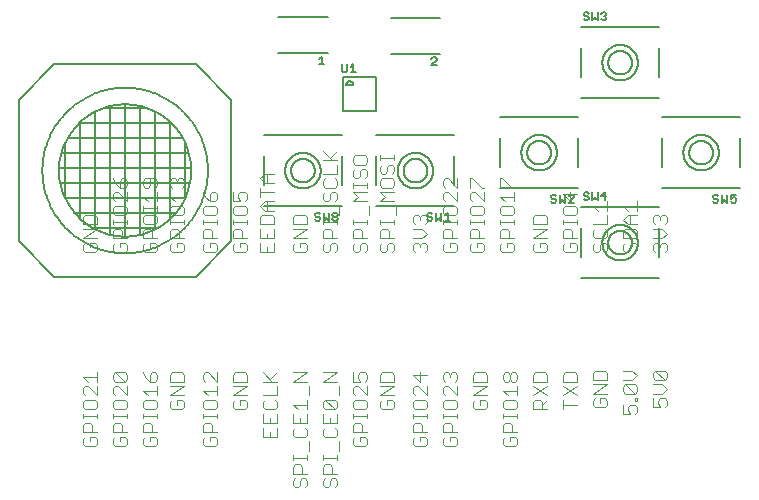
<source format=gbr>
G04 EAGLE Gerber RS-274X export*
G75*
%MOMM*%
%FSLAX34Y34*%
%LPD*%
%INSilkscreen Top*%
%IPPOS*%
%AMOC8*
5,1,8,0,0,1.08239X$1,22.5*%
G01*
%ADD10C,0.101600*%
%ADD11C,0.127000*%
%ADD12C,0.203200*%
%ADD13C,0.152400*%


D10*
X561327Y-42912D02*
X561327Y-50708D01*
X567174Y-50708D01*
X565225Y-46810D01*
X565225Y-44861D01*
X567174Y-42912D01*
X571072Y-42912D01*
X573021Y-44861D01*
X573021Y-48759D01*
X571072Y-50708D01*
X569123Y-39014D02*
X561327Y-39014D01*
X569123Y-39014D02*
X573021Y-35116D01*
X569123Y-31218D01*
X561327Y-31218D01*
X563276Y-27320D02*
X571072Y-27320D01*
X563276Y-27320D02*
X561327Y-25371D01*
X561327Y-21473D01*
X563276Y-19524D01*
X571072Y-19524D01*
X573021Y-21473D01*
X573021Y-25371D01*
X571072Y-27320D01*
X563276Y-19524D01*
X535927Y-48759D02*
X535927Y-56555D01*
X541774Y-56555D01*
X539825Y-52657D01*
X539825Y-50708D01*
X541774Y-48759D01*
X545672Y-48759D01*
X547621Y-50708D01*
X547621Y-54606D01*
X545672Y-56555D01*
X545672Y-44861D02*
X547621Y-44861D01*
X545672Y-44861D02*
X545672Y-42912D01*
X547621Y-42912D01*
X547621Y-44861D01*
X545672Y-39014D02*
X537876Y-39014D01*
X535927Y-37065D01*
X535927Y-33167D01*
X537876Y-31218D01*
X545672Y-31218D01*
X547621Y-33167D01*
X547621Y-37065D01*
X545672Y-39014D01*
X537876Y-31218D01*
X535927Y-27320D02*
X543723Y-27320D01*
X547621Y-23422D01*
X543723Y-19524D01*
X535927Y-19524D01*
X512476Y-42912D02*
X510527Y-44861D01*
X510527Y-48759D01*
X512476Y-50708D01*
X520272Y-50708D01*
X522221Y-48759D01*
X522221Y-44861D01*
X520272Y-42912D01*
X516374Y-42912D01*
X516374Y-46810D01*
X522221Y-39014D02*
X510527Y-39014D01*
X522221Y-31218D01*
X510527Y-31218D01*
X510527Y-27320D02*
X522221Y-27320D01*
X522221Y-21473D01*
X520272Y-19524D01*
X512476Y-19524D01*
X510527Y-21473D01*
X510527Y-27320D01*
X496821Y-48334D02*
X485127Y-48334D01*
X485127Y-52232D02*
X485127Y-44436D01*
X485127Y-40538D02*
X496821Y-32742D01*
X496821Y-40538D02*
X485127Y-32742D01*
X485127Y-28844D02*
X496821Y-28844D01*
X496821Y-22997D01*
X494872Y-21048D01*
X487076Y-21048D01*
X485127Y-22997D01*
X485127Y-28844D01*
X471421Y-52232D02*
X459727Y-52232D01*
X459727Y-46385D01*
X461676Y-44436D01*
X465574Y-44436D01*
X467523Y-46385D01*
X467523Y-52232D01*
X467523Y-48334D02*
X471421Y-44436D01*
X471421Y-32742D02*
X459727Y-40538D01*
X459727Y-32742D02*
X471421Y-40538D01*
X471421Y-28844D02*
X459727Y-28844D01*
X471421Y-28844D02*
X471421Y-22997D01*
X469472Y-21048D01*
X461676Y-21048D01*
X459727Y-22997D01*
X459727Y-28844D01*
X436276Y-75620D02*
X434327Y-77569D01*
X434327Y-81467D01*
X436276Y-83416D01*
X444072Y-83416D01*
X446021Y-81467D01*
X446021Y-77569D01*
X444072Y-75620D01*
X440174Y-75620D01*
X440174Y-79518D01*
X446021Y-71722D02*
X434327Y-71722D01*
X434327Y-65875D01*
X436276Y-63926D01*
X440174Y-63926D01*
X442123Y-65875D01*
X442123Y-71722D01*
X446021Y-60028D02*
X446021Y-56130D01*
X446021Y-58079D02*
X434327Y-58079D01*
X434327Y-60028D02*
X434327Y-56130D01*
X434327Y-50283D02*
X434327Y-46385D01*
X434327Y-50283D02*
X436276Y-52232D01*
X444072Y-52232D01*
X446021Y-50283D01*
X446021Y-46385D01*
X444072Y-44436D01*
X436276Y-44436D01*
X434327Y-46385D01*
X438225Y-40538D02*
X434327Y-36640D01*
X446021Y-36640D01*
X446021Y-40538D02*
X446021Y-32742D01*
X436276Y-28844D02*
X434327Y-26895D01*
X434327Y-22997D01*
X436276Y-21048D01*
X438225Y-21048D01*
X440174Y-22997D01*
X442123Y-21048D01*
X444072Y-21048D01*
X446021Y-22997D01*
X446021Y-26895D01*
X444072Y-28844D01*
X442123Y-28844D01*
X440174Y-26895D01*
X438225Y-28844D01*
X436276Y-28844D01*
X440174Y-26895D02*
X440174Y-22997D01*
X410876Y-44436D02*
X408927Y-46385D01*
X408927Y-50283D01*
X410876Y-52232D01*
X418672Y-52232D01*
X420621Y-50283D01*
X420621Y-46385D01*
X418672Y-44436D01*
X414774Y-44436D01*
X414774Y-48334D01*
X420621Y-40538D02*
X408927Y-40538D01*
X420621Y-32742D01*
X408927Y-32742D01*
X408927Y-28844D02*
X420621Y-28844D01*
X420621Y-22997D01*
X418672Y-21048D01*
X410876Y-21048D01*
X408927Y-22997D01*
X408927Y-28844D01*
X385476Y-75620D02*
X383527Y-77569D01*
X383527Y-81467D01*
X385476Y-83416D01*
X393272Y-83416D01*
X395221Y-81467D01*
X395221Y-77569D01*
X393272Y-75620D01*
X389374Y-75620D01*
X389374Y-79518D01*
X395221Y-71722D02*
X383527Y-71722D01*
X383527Y-65875D01*
X385476Y-63926D01*
X389374Y-63926D01*
X391323Y-65875D01*
X391323Y-71722D01*
X395221Y-60028D02*
X395221Y-56130D01*
X395221Y-58079D02*
X383527Y-58079D01*
X383527Y-60028D02*
X383527Y-56130D01*
X383527Y-50283D02*
X383527Y-46385D01*
X383527Y-50283D02*
X385476Y-52232D01*
X393272Y-52232D01*
X395221Y-50283D01*
X395221Y-46385D01*
X393272Y-44436D01*
X385476Y-44436D01*
X383527Y-46385D01*
X395221Y-40538D02*
X395221Y-32742D01*
X395221Y-40538D02*
X387425Y-32742D01*
X385476Y-32742D01*
X383527Y-34691D01*
X383527Y-38589D01*
X385476Y-40538D01*
X385476Y-28844D02*
X383527Y-26895D01*
X383527Y-22997D01*
X385476Y-21048D01*
X387425Y-21048D01*
X389374Y-22997D01*
X389374Y-24946D01*
X389374Y-22997D02*
X391323Y-21048D01*
X393272Y-21048D01*
X395221Y-22997D01*
X395221Y-26895D01*
X393272Y-28844D01*
X360076Y-75620D02*
X358127Y-77569D01*
X358127Y-81467D01*
X360076Y-83416D01*
X367872Y-83416D01*
X369821Y-81467D01*
X369821Y-77569D01*
X367872Y-75620D01*
X363974Y-75620D01*
X363974Y-79518D01*
X369821Y-71722D02*
X358127Y-71722D01*
X358127Y-65875D01*
X360076Y-63926D01*
X363974Y-63926D01*
X365923Y-65875D01*
X365923Y-71722D01*
X369821Y-60028D02*
X369821Y-56130D01*
X369821Y-58079D02*
X358127Y-58079D01*
X358127Y-60028D02*
X358127Y-56130D01*
X358127Y-50283D02*
X358127Y-46385D01*
X358127Y-50283D02*
X360076Y-52232D01*
X367872Y-52232D01*
X369821Y-50283D01*
X369821Y-46385D01*
X367872Y-44436D01*
X360076Y-44436D01*
X358127Y-46385D01*
X369821Y-40538D02*
X369821Y-32742D01*
X369821Y-40538D02*
X362025Y-32742D01*
X360076Y-32742D01*
X358127Y-34691D01*
X358127Y-38589D01*
X360076Y-40538D01*
X358127Y-22997D02*
X369821Y-22997D01*
X363974Y-28844D02*
X358127Y-22997D01*
X363974Y-21048D02*
X363974Y-28844D01*
X332136Y-44436D02*
X330187Y-46385D01*
X330187Y-50283D01*
X332136Y-52232D01*
X339932Y-52232D01*
X341881Y-50283D01*
X341881Y-46385D01*
X339932Y-44436D01*
X336034Y-44436D01*
X336034Y-48334D01*
X341881Y-40538D02*
X330187Y-40538D01*
X341881Y-32742D01*
X330187Y-32742D01*
X330187Y-28844D02*
X341881Y-28844D01*
X341881Y-22997D01*
X339932Y-21048D01*
X332136Y-21048D01*
X330187Y-22997D01*
X330187Y-28844D01*
X309276Y-75620D02*
X307327Y-77569D01*
X307327Y-81467D01*
X309276Y-83416D01*
X317072Y-83416D01*
X319021Y-81467D01*
X319021Y-77569D01*
X317072Y-75620D01*
X313174Y-75620D01*
X313174Y-79518D01*
X319021Y-71722D02*
X307327Y-71722D01*
X307327Y-65875D01*
X309276Y-63926D01*
X313174Y-63926D01*
X315123Y-65875D01*
X315123Y-71722D01*
X319021Y-60028D02*
X319021Y-56130D01*
X319021Y-58079D02*
X307327Y-58079D01*
X307327Y-60028D02*
X307327Y-56130D01*
X307327Y-50283D02*
X307327Y-46385D01*
X307327Y-50283D02*
X309276Y-52232D01*
X317072Y-52232D01*
X319021Y-50283D01*
X319021Y-46385D01*
X317072Y-44436D01*
X309276Y-44436D01*
X307327Y-46385D01*
X319021Y-40538D02*
X319021Y-32742D01*
X319021Y-40538D02*
X311225Y-32742D01*
X309276Y-32742D01*
X307327Y-34691D01*
X307327Y-38589D01*
X309276Y-40538D01*
X307327Y-28844D02*
X307327Y-21048D01*
X307327Y-28844D02*
X313174Y-28844D01*
X311225Y-24946D01*
X311225Y-22997D01*
X313174Y-21048D01*
X317072Y-21048D01*
X319021Y-22997D01*
X319021Y-26895D01*
X317072Y-28844D01*
X283876Y-110702D02*
X281927Y-112651D01*
X281927Y-116549D01*
X283876Y-118498D01*
X285825Y-118498D01*
X287774Y-116549D01*
X287774Y-112651D01*
X289723Y-110702D01*
X291672Y-110702D01*
X293621Y-112651D01*
X293621Y-116549D01*
X291672Y-118498D01*
X293621Y-106804D02*
X281927Y-106804D01*
X281927Y-100957D01*
X283876Y-99008D01*
X287774Y-99008D01*
X289723Y-100957D01*
X289723Y-106804D01*
X293621Y-95110D02*
X293621Y-91212D01*
X293621Y-93161D02*
X281927Y-93161D01*
X281927Y-95110D02*
X281927Y-91212D01*
X295570Y-87314D02*
X295570Y-79518D01*
X283876Y-67824D02*
X281927Y-69773D01*
X281927Y-73671D01*
X283876Y-75620D01*
X291672Y-75620D01*
X293621Y-73671D01*
X293621Y-69773D01*
X291672Y-67824D01*
X281927Y-63926D02*
X281927Y-56130D01*
X281927Y-63926D02*
X293621Y-63926D01*
X293621Y-56130D01*
X287774Y-60028D02*
X287774Y-63926D01*
X291672Y-52232D02*
X283876Y-52232D01*
X281927Y-50283D01*
X281927Y-46385D01*
X283876Y-44436D01*
X291672Y-44436D01*
X293621Y-46385D01*
X293621Y-50283D01*
X291672Y-52232D01*
X283876Y-44436D01*
X295570Y-40538D02*
X295570Y-32742D01*
X293621Y-28844D02*
X281927Y-28844D01*
X293621Y-21048D01*
X281927Y-21048D01*
X258476Y-110702D02*
X256527Y-112651D01*
X256527Y-116549D01*
X258476Y-118498D01*
X260425Y-118498D01*
X262374Y-116549D01*
X262374Y-112651D01*
X264323Y-110702D01*
X266272Y-110702D01*
X268221Y-112651D01*
X268221Y-116549D01*
X266272Y-118498D01*
X268221Y-106804D02*
X256527Y-106804D01*
X256527Y-100957D01*
X258476Y-99008D01*
X262374Y-99008D01*
X264323Y-100957D01*
X264323Y-106804D01*
X268221Y-95110D02*
X268221Y-91212D01*
X268221Y-93161D02*
X256527Y-93161D01*
X256527Y-95110D02*
X256527Y-91212D01*
X270170Y-87314D02*
X270170Y-79518D01*
X258476Y-67824D02*
X256527Y-69773D01*
X256527Y-73671D01*
X258476Y-75620D01*
X266272Y-75620D01*
X268221Y-73671D01*
X268221Y-69773D01*
X266272Y-67824D01*
X256527Y-63926D02*
X256527Y-56130D01*
X256527Y-63926D02*
X268221Y-63926D01*
X268221Y-56130D01*
X262374Y-60028D02*
X262374Y-63926D01*
X260425Y-52232D02*
X256527Y-48334D01*
X268221Y-48334D01*
X268221Y-52232D02*
X268221Y-44436D01*
X270170Y-40538D02*
X270170Y-32742D01*
X268221Y-28844D02*
X256527Y-28844D01*
X268221Y-21048D01*
X256527Y-21048D01*
X561327Y82843D02*
X563276Y80894D01*
X561327Y82843D02*
X561327Y86741D01*
X563276Y88690D01*
X565225Y88690D01*
X567174Y86741D01*
X567174Y84792D01*
X567174Y86741D02*
X569123Y88690D01*
X571072Y88690D01*
X573021Y86741D01*
X573021Y82843D01*
X571072Y80894D01*
X569123Y92588D02*
X561327Y92588D01*
X569123Y92588D02*
X573021Y96486D01*
X569123Y100384D01*
X561327Y100384D01*
X563276Y104282D02*
X561327Y106231D01*
X561327Y110129D01*
X563276Y112078D01*
X565225Y112078D01*
X567174Y110129D01*
X567174Y108180D01*
X567174Y110129D02*
X569123Y112078D01*
X571072Y112078D01*
X573021Y110129D01*
X573021Y106231D01*
X571072Y104282D01*
X537876Y88690D02*
X535927Y86741D01*
X535927Y82843D01*
X537876Y80894D01*
X539825Y80894D01*
X541774Y82843D01*
X541774Y86741D01*
X543723Y88690D01*
X545672Y88690D01*
X547621Y86741D01*
X547621Y82843D01*
X545672Y80894D01*
X547621Y92588D02*
X535927Y92588D01*
X547621Y92588D02*
X547621Y98435D01*
X545672Y100384D01*
X537876Y100384D01*
X535927Y98435D01*
X535927Y92588D01*
X539825Y104282D02*
X547621Y104282D01*
X539825Y104282D02*
X535927Y108180D01*
X539825Y112078D01*
X547621Y112078D01*
X541774Y112078D02*
X541774Y104282D01*
X539825Y115976D02*
X535927Y119874D01*
X547621Y119874D01*
X547621Y115976D02*
X547621Y123772D01*
X512476Y88690D02*
X510527Y86741D01*
X510527Y82843D01*
X512476Y80894D01*
X514425Y80894D01*
X516374Y82843D01*
X516374Y86741D01*
X518323Y88690D01*
X520272Y88690D01*
X522221Y86741D01*
X522221Y82843D01*
X520272Y80894D01*
X510527Y98435D02*
X512476Y100384D01*
X510527Y98435D02*
X510527Y94537D01*
X512476Y92588D01*
X520272Y92588D01*
X522221Y94537D01*
X522221Y98435D01*
X520272Y100384D01*
X522221Y104282D02*
X510527Y104282D01*
X522221Y104282D02*
X522221Y112078D01*
X514425Y115976D02*
X510527Y119874D01*
X522221Y119874D01*
X522221Y115976D02*
X522221Y123772D01*
X487076Y88690D02*
X485127Y86741D01*
X485127Y82843D01*
X487076Y80894D01*
X494872Y80894D01*
X496821Y82843D01*
X496821Y86741D01*
X494872Y88690D01*
X490974Y88690D01*
X490974Y84792D01*
X496821Y92588D02*
X485127Y92588D01*
X485127Y98435D01*
X487076Y100384D01*
X490974Y100384D01*
X492923Y98435D01*
X492923Y92588D01*
X496821Y104282D02*
X496821Y108180D01*
X496821Y106231D02*
X485127Y106231D01*
X485127Y104282D02*
X485127Y108180D01*
X485127Y114027D02*
X485127Y117925D01*
X485127Y114027D02*
X487076Y112078D01*
X494872Y112078D01*
X496821Y114027D01*
X496821Y117925D01*
X494872Y119874D01*
X487076Y119874D01*
X485127Y117925D01*
X485127Y129619D02*
X496821Y129619D01*
X490974Y123772D02*
X485127Y129619D01*
X490974Y131568D02*
X490974Y123772D01*
X461676Y88690D02*
X459727Y86741D01*
X459727Y82843D01*
X461676Y80894D01*
X469472Y80894D01*
X471421Y82843D01*
X471421Y86741D01*
X469472Y88690D01*
X465574Y88690D01*
X465574Y84792D01*
X471421Y92588D02*
X459727Y92588D01*
X471421Y100384D01*
X459727Y100384D01*
X459727Y104282D02*
X471421Y104282D01*
X471421Y110129D01*
X469472Y112078D01*
X461676Y112078D01*
X459727Y110129D01*
X459727Y104282D01*
X433736Y88690D02*
X431787Y86741D01*
X431787Y82843D01*
X433736Y80894D01*
X441532Y80894D01*
X443481Y82843D01*
X443481Y86741D01*
X441532Y88690D01*
X437634Y88690D01*
X437634Y84792D01*
X443481Y92588D02*
X431787Y92588D01*
X431787Y98435D01*
X433736Y100384D01*
X437634Y100384D01*
X439583Y98435D01*
X439583Y92588D01*
X443481Y104282D02*
X443481Y108180D01*
X443481Y106231D02*
X431787Y106231D01*
X431787Y104282D02*
X431787Y108180D01*
X431787Y114027D02*
X431787Y117925D01*
X431787Y114027D02*
X433736Y112078D01*
X441532Y112078D01*
X443481Y114027D01*
X443481Y117925D01*
X441532Y119874D01*
X433736Y119874D01*
X431787Y117925D01*
X435685Y123772D02*
X431787Y127670D01*
X443481Y127670D01*
X443481Y123772D02*
X443481Y131568D01*
X431787Y135466D02*
X431787Y143262D01*
X433736Y143262D01*
X441532Y135466D01*
X443481Y135466D01*
X408336Y88690D02*
X406387Y86741D01*
X406387Y82843D01*
X408336Y80894D01*
X416132Y80894D01*
X418081Y82843D01*
X418081Y86741D01*
X416132Y88690D01*
X412234Y88690D01*
X412234Y84792D01*
X418081Y92588D02*
X406387Y92588D01*
X406387Y98435D01*
X408336Y100384D01*
X412234Y100384D01*
X414183Y98435D01*
X414183Y92588D01*
X418081Y104282D02*
X418081Y108180D01*
X418081Y106231D02*
X406387Y106231D01*
X406387Y104282D02*
X406387Y108180D01*
X406387Y114027D02*
X406387Y117925D01*
X406387Y114027D02*
X408336Y112078D01*
X416132Y112078D01*
X418081Y114027D01*
X418081Y117925D01*
X416132Y119874D01*
X408336Y119874D01*
X406387Y117925D01*
X418081Y123772D02*
X418081Y131568D01*
X418081Y123772D02*
X410285Y131568D01*
X408336Y131568D01*
X406387Y129619D01*
X406387Y125721D01*
X408336Y123772D01*
X406387Y135466D02*
X406387Y143262D01*
X408336Y143262D01*
X416132Y135466D01*
X418081Y135466D01*
X385476Y88690D02*
X383527Y86741D01*
X383527Y82843D01*
X385476Y80894D01*
X393272Y80894D01*
X395221Y82843D01*
X395221Y86741D01*
X393272Y88690D01*
X389374Y88690D01*
X389374Y84792D01*
X395221Y92588D02*
X383527Y92588D01*
X383527Y98435D01*
X385476Y100384D01*
X389374Y100384D01*
X391323Y98435D01*
X391323Y92588D01*
X395221Y104282D02*
X395221Y108180D01*
X395221Y106231D02*
X383527Y106231D01*
X383527Y104282D02*
X383527Y108180D01*
X383527Y114027D02*
X383527Y117925D01*
X383527Y114027D02*
X385476Y112078D01*
X393272Y112078D01*
X395221Y114027D01*
X395221Y117925D01*
X393272Y119874D01*
X385476Y119874D01*
X383527Y117925D01*
X395221Y123772D02*
X395221Y131568D01*
X395221Y123772D02*
X387425Y131568D01*
X385476Y131568D01*
X383527Y129619D01*
X383527Y125721D01*
X385476Y123772D01*
X395221Y135466D02*
X395221Y143262D01*
X395221Y135466D02*
X387425Y143262D01*
X385476Y143262D01*
X383527Y141313D01*
X383527Y137415D01*
X385476Y135466D01*
X358127Y82843D02*
X360076Y80894D01*
X358127Y82843D02*
X358127Y86741D01*
X360076Y88690D01*
X362025Y88690D01*
X363974Y86741D01*
X363974Y84792D01*
X363974Y86741D02*
X365923Y88690D01*
X367872Y88690D01*
X369821Y86741D01*
X369821Y82843D01*
X367872Y80894D01*
X365923Y92588D02*
X358127Y92588D01*
X365923Y92588D02*
X369821Y96486D01*
X365923Y100384D01*
X358127Y100384D01*
X360076Y104282D02*
X358127Y106231D01*
X358127Y110129D01*
X360076Y112078D01*
X362025Y112078D01*
X363974Y110129D01*
X363974Y108180D01*
X363974Y110129D02*
X365923Y112078D01*
X367872Y112078D01*
X369821Y110129D01*
X369821Y106231D01*
X367872Y104282D01*
X332136Y88690D02*
X330187Y86741D01*
X330187Y82843D01*
X332136Y80894D01*
X334085Y80894D01*
X336034Y82843D01*
X336034Y86741D01*
X337983Y88690D01*
X339932Y88690D01*
X341881Y86741D01*
X341881Y82843D01*
X339932Y80894D01*
X341881Y92588D02*
X330187Y92588D01*
X330187Y98435D01*
X332136Y100384D01*
X336034Y100384D01*
X337983Y98435D01*
X337983Y92588D01*
X341881Y104282D02*
X341881Y108180D01*
X341881Y106231D02*
X330187Y106231D01*
X330187Y104282D02*
X330187Y108180D01*
X343830Y112078D02*
X343830Y119874D01*
X341881Y123772D02*
X330187Y123772D01*
X334085Y127670D01*
X330187Y131568D01*
X341881Y131568D01*
X330187Y137415D02*
X330187Y141313D01*
X330187Y137415D02*
X332136Y135466D01*
X339932Y135466D01*
X341881Y137415D01*
X341881Y141313D01*
X339932Y143262D01*
X332136Y143262D01*
X330187Y141313D01*
X330187Y153007D02*
X332136Y154956D01*
X330187Y153007D02*
X330187Y149109D01*
X332136Y147160D01*
X334085Y147160D01*
X336034Y149109D01*
X336034Y153007D01*
X337983Y154956D01*
X339932Y154956D01*
X341881Y153007D01*
X341881Y149109D01*
X339932Y147160D01*
X341881Y158854D02*
X341881Y162752D01*
X341881Y160803D02*
X330187Y160803D01*
X330187Y158854D02*
X330187Y162752D01*
X309276Y88690D02*
X307327Y86741D01*
X307327Y82843D01*
X309276Y80894D01*
X311225Y80894D01*
X313174Y82843D01*
X313174Y86741D01*
X315123Y88690D01*
X317072Y88690D01*
X319021Y86741D01*
X319021Y82843D01*
X317072Y80894D01*
X319021Y92588D02*
X307327Y92588D01*
X307327Y98435D01*
X309276Y100384D01*
X313174Y100384D01*
X315123Y98435D01*
X315123Y92588D01*
X319021Y104282D02*
X319021Y108180D01*
X319021Y106231D02*
X307327Y106231D01*
X307327Y104282D02*
X307327Y108180D01*
X320970Y112078D02*
X320970Y119874D01*
X319021Y123772D02*
X307327Y123772D01*
X311225Y127670D01*
X307327Y131568D01*
X319021Y131568D01*
X319021Y135466D02*
X319021Y139364D01*
X319021Y137415D02*
X307327Y137415D01*
X307327Y135466D02*
X307327Y139364D01*
X307327Y149109D02*
X309276Y151058D01*
X307327Y149109D02*
X307327Y145211D01*
X309276Y143262D01*
X311225Y143262D01*
X313174Y145211D01*
X313174Y149109D01*
X315123Y151058D01*
X317072Y151058D01*
X319021Y149109D01*
X319021Y145211D01*
X317072Y143262D01*
X307327Y156905D02*
X307327Y160803D01*
X307327Y156905D02*
X309276Y154956D01*
X317072Y154956D01*
X319021Y156905D01*
X319021Y160803D01*
X317072Y162752D01*
X309276Y162752D01*
X307327Y160803D01*
X283876Y88690D02*
X281927Y86741D01*
X281927Y82843D01*
X283876Y80894D01*
X285825Y80894D01*
X287774Y82843D01*
X287774Y86741D01*
X289723Y88690D01*
X291672Y88690D01*
X293621Y86741D01*
X293621Y82843D01*
X291672Y80894D01*
X293621Y92588D02*
X281927Y92588D01*
X281927Y98435D01*
X283876Y100384D01*
X287774Y100384D01*
X289723Y98435D01*
X289723Y92588D01*
X293621Y104282D02*
X293621Y108180D01*
X293621Y106231D02*
X281927Y106231D01*
X281927Y104282D02*
X281927Y108180D01*
X295570Y112078D02*
X295570Y119874D01*
X283876Y131568D02*
X281927Y129619D01*
X281927Y125721D01*
X283876Y123772D01*
X285825Y123772D01*
X287774Y125721D01*
X287774Y129619D01*
X289723Y131568D01*
X291672Y131568D01*
X293621Y129619D01*
X293621Y125721D01*
X291672Y123772D01*
X281927Y141313D02*
X283876Y143262D01*
X281927Y141313D02*
X281927Y137415D01*
X283876Y135466D01*
X291672Y135466D01*
X293621Y137415D01*
X293621Y141313D01*
X291672Y143262D01*
X293621Y147160D02*
X281927Y147160D01*
X293621Y147160D02*
X293621Y154956D01*
X293621Y158854D02*
X281927Y158854D01*
X289723Y158854D02*
X281927Y166650D01*
X287774Y160803D02*
X293621Y166650D01*
X258476Y88690D02*
X256527Y86741D01*
X256527Y82843D01*
X258476Y80894D01*
X266272Y80894D01*
X268221Y82843D01*
X268221Y86741D01*
X266272Y88690D01*
X262374Y88690D01*
X262374Y84792D01*
X268221Y92588D02*
X256527Y92588D01*
X268221Y100384D01*
X256527Y100384D01*
X256527Y104282D02*
X268221Y104282D01*
X268221Y110129D01*
X266272Y112078D01*
X258476Y112078D01*
X256527Y110129D01*
X256527Y104282D01*
X231127Y-67824D02*
X231127Y-75620D01*
X242821Y-75620D01*
X242821Y-67824D01*
X236974Y-71722D02*
X236974Y-75620D01*
X231127Y-63926D02*
X231127Y-56130D01*
X231127Y-63926D02*
X242821Y-63926D01*
X242821Y-56130D01*
X236974Y-60028D02*
X236974Y-63926D01*
X231127Y-46385D02*
X233076Y-44436D01*
X231127Y-46385D02*
X231127Y-50283D01*
X233076Y-52232D01*
X240872Y-52232D01*
X242821Y-50283D01*
X242821Y-46385D01*
X240872Y-44436D01*
X242821Y-40538D02*
X231127Y-40538D01*
X242821Y-40538D02*
X242821Y-32742D01*
X242821Y-28844D02*
X231127Y-28844D01*
X238923Y-28844D02*
X231127Y-21048D01*
X236974Y-26895D02*
X242821Y-21048D01*
X207676Y-44436D02*
X205727Y-46385D01*
X205727Y-50283D01*
X207676Y-52232D01*
X215472Y-52232D01*
X217421Y-50283D01*
X217421Y-46385D01*
X215472Y-44436D01*
X211574Y-44436D01*
X211574Y-48334D01*
X217421Y-40538D02*
X205727Y-40538D01*
X217421Y-32742D01*
X205727Y-32742D01*
X205727Y-28844D02*
X217421Y-28844D01*
X217421Y-22997D01*
X215472Y-21048D01*
X207676Y-21048D01*
X205727Y-22997D01*
X205727Y-28844D01*
X182276Y-75620D02*
X180327Y-77569D01*
X180327Y-81467D01*
X182276Y-83416D01*
X190072Y-83416D01*
X192021Y-81467D01*
X192021Y-77569D01*
X190072Y-75620D01*
X186174Y-75620D01*
X186174Y-79518D01*
X192021Y-71722D02*
X180327Y-71722D01*
X180327Y-65875D01*
X182276Y-63926D01*
X186174Y-63926D01*
X188123Y-65875D01*
X188123Y-71722D01*
X192021Y-60028D02*
X192021Y-56130D01*
X192021Y-58079D02*
X180327Y-58079D01*
X180327Y-60028D02*
X180327Y-56130D01*
X180327Y-50283D02*
X180327Y-46385D01*
X180327Y-50283D02*
X182276Y-52232D01*
X190072Y-52232D01*
X192021Y-50283D01*
X192021Y-46385D01*
X190072Y-44436D01*
X182276Y-44436D01*
X180327Y-46385D01*
X184225Y-40538D02*
X180327Y-36640D01*
X192021Y-36640D01*
X192021Y-40538D02*
X192021Y-32742D01*
X192021Y-28844D02*
X192021Y-21048D01*
X192021Y-28844D02*
X184225Y-21048D01*
X182276Y-21048D01*
X180327Y-22997D01*
X180327Y-26895D01*
X182276Y-28844D01*
X154336Y-44436D02*
X152387Y-46385D01*
X152387Y-50283D01*
X154336Y-52232D01*
X162132Y-52232D01*
X164081Y-50283D01*
X164081Y-46385D01*
X162132Y-44436D01*
X158234Y-44436D01*
X158234Y-48334D01*
X164081Y-40538D02*
X152387Y-40538D01*
X164081Y-32742D01*
X152387Y-32742D01*
X152387Y-28844D02*
X164081Y-28844D01*
X164081Y-22997D01*
X162132Y-21048D01*
X154336Y-21048D01*
X152387Y-22997D01*
X152387Y-28844D01*
X131476Y-75620D02*
X129527Y-77569D01*
X129527Y-81467D01*
X131476Y-83416D01*
X139272Y-83416D01*
X141221Y-81467D01*
X141221Y-77569D01*
X139272Y-75620D01*
X135374Y-75620D01*
X135374Y-79518D01*
X141221Y-71722D02*
X129527Y-71722D01*
X129527Y-65875D01*
X131476Y-63926D01*
X135374Y-63926D01*
X137323Y-65875D01*
X137323Y-71722D01*
X141221Y-60028D02*
X141221Y-56130D01*
X141221Y-58079D02*
X129527Y-58079D01*
X129527Y-60028D02*
X129527Y-56130D01*
X129527Y-50283D02*
X129527Y-46385D01*
X129527Y-50283D02*
X131476Y-52232D01*
X139272Y-52232D01*
X141221Y-50283D01*
X141221Y-46385D01*
X139272Y-44436D01*
X131476Y-44436D01*
X129527Y-46385D01*
X133425Y-40538D02*
X129527Y-36640D01*
X141221Y-36640D01*
X141221Y-40538D02*
X141221Y-32742D01*
X131476Y-24946D02*
X129527Y-21048D01*
X131476Y-24946D02*
X135374Y-28844D01*
X139272Y-28844D01*
X141221Y-26895D01*
X141221Y-22997D01*
X139272Y-21048D01*
X137323Y-21048D01*
X135374Y-22997D01*
X135374Y-28844D01*
X106076Y-75620D02*
X104127Y-77569D01*
X104127Y-81467D01*
X106076Y-83416D01*
X113872Y-83416D01*
X115821Y-81467D01*
X115821Y-77569D01*
X113872Y-75620D01*
X109974Y-75620D01*
X109974Y-79518D01*
X115821Y-71722D02*
X104127Y-71722D01*
X104127Y-65875D01*
X106076Y-63926D01*
X109974Y-63926D01*
X111923Y-65875D01*
X111923Y-71722D01*
X115821Y-60028D02*
X115821Y-56130D01*
X115821Y-58079D02*
X104127Y-58079D01*
X104127Y-60028D02*
X104127Y-56130D01*
X104127Y-50283D02*
X104127Y-46385D01*
X104127Y-50283D02*
X106076Y-52232D01*
X113872Y-52232D01*
X115821Y-50283D01*
X115821Y-46385D01*
X113872Y-44436D01*
X106076Y-44436D01*
X104127Y-46385D01*
X115821Y-40538D02*
X115821Y-32742D01*
X115821Y-40538D02*
X108025Y-32742D01*
X106076Y-32742D01*
X104127Y-34691D01*
X104127Y-38589D01*
X106076Y-40538D01*
X106076Y-28844D02*
X113872Y-28844D01*
X106076Y-28844D02*
X104127Y-26895D01*
X104127Y-22997D01*
X106076Y-21048D01*
X113872Y-21048D01*
X115821Y-22997D01*
X115821Y-26895D01*
X113872Y-28844D01*
X106076Y-21048D01*
X80676Y-75620D02*
X78727Y-77569D01*
X78727Y-81467D01*
X80676Y-83416D01*
X88472Y-83416D01*
X90421Y-81467D01*
X90421Y-77569D01*
X88472Y-75620D01*
X84574Y-75620D01*
X84574Y-79518D01*
X90421Y-71722D02*
X78727Y-71722D01*
X78727Y-65875D01*
X80676Y-63926D01*
X84574Y-63926D01*
X86523Y-65875D01*
X86523Y-71722D01*
X90421Y-60028D02*
X90421Y-56130D01*
X90421Y-58079D02*
X78727Y-58079D01*
X78727Y-60028D02*
X78727Y-56130D01*
X78727Y-50283D02*
X78727Y-46385D01*
X78727Y-50283D02*
X80676Y-52232D01*
X88472Y-52232D01*
X90421Y-50283D01*
X90421Y-46385D01*
X88472Y-44436D01*
X80676Y-44436D01*
X78727Y-46385D01*
X90421Y-40538D02*
X90421Y-32742D01*
X90421Y-40538D02*
X82625Y-32742D01*
X80676Y-32742D01*
X78727Y-34691D01*
X78727Y-38589D01*
X80676Y-40538D01*
X82625Y-28844D02*
X78727Y-24946D01*
X90421Y-24946D01*
X90421Y-28844D02*
X90421Y-21048D01*
X228587Y80894D02*
X228587Y88690D01*
X228587Y80894D02*
X240281Y80894D01*
X240281Y88690D01*
X234434Y84792D02*
X234434Y80894D01*
X228587Y92588D02*
X228587Y100384D01*
X228587Y92588D02*
X240281Y92588D01*
X240281Y100384D01*
X234434Y96486D02*
X234434Y92588D01*
X228587Y104282D02*
X240281Y104282D01*
X240281Y110129D01*
X238332Y112078D01*
X230536Y112078D01*
X228587Y110129D01*
X228587Y104282D01*
X232485Y115976D02*
X240281Y115976D01*
X232485Y115976D02*
X228587Y119874D01*
X232485Y123772D01*
X240281Y123772D01*
X234434Y123772D02*
X234434Y115976D01*
X240281Y131568D02*
X228587Y131568D01*
X228587Y127670D02*
X228587Y135466D01*
X232485Y139364D02*
X240281Y139364D01*
X232485Y139364D02*
X228587Y143262D01*
X232485Y147160D01*
X240281Y147160D01*
X234434Y147160D02*
X234434Y139364D01*
X207676Y88690D02*
X205727Y86741D01*
X205727Y82843D01*
X207676Y80894D01*
X215472Y80894D01*
X217421Y82843D01*
X217421Y86741D01*
X215472Y88690D01*
X211574Y88690D01*
X211574Y84792D01*
X217421Y92588D02*
X205727Y92588D01*
X205727Y98435D01*
X207676Y100384D01*
X211574Y100384D01*
X213523Y98435D01*
X213523Y92588D01*
X217421Y104282D02*
X217421Y108180D01*
X217421Y106231D02*
X205727Y106231D01*
X205727Y104282D02*
X205727Y108180D01*
X205727Y114027D02*
X205727Y117925D01*
X205727Y114027D02*
X207676Y112078D01*
X215472Y112078D01*
X217421Y114027D01*
X217421Y117925D01*
X215472Y119874D01*
X207676Y119874D01*
X205727Y117925D01*
X205727Y123772D02*
X205727Y131568D01*
X205727Y123772D02*
X211574Y123772D01*
X209625Y127670D01*
X209625Y129619D01*
X211574Y131568D01*
X215472Y131568D01*
X217421Y129619D01*
X217421Y125721D01*
X215472Y123772D01*
X182276Y88690D02*
X180327Y86741D01*
X180327Y82843D01*
X182276Y80894D01*
X190072Y80894D01*
X192021Y82843D01*
X192021Y86741D01*
X190072Y88690D01*
X186174Y88690D01*
X186174Y84792D01*
X192021Y92588D02*
X180327Y92588D01*
X180327Y98435D01*
X182276Y100384D01*
X186174Y100384D01*
X188123Y98435D01*
X188123Y92588D01*
X192021Y104282D02*
X192021Y108180D01*
X192021Y106231D02*
X180327Y106231D01*
X180327Y104282D02*
X180327Y108180D01*
X180327Y114027D02*
X180327Y117925D01*
X180327Y114027D02*
X182276Y112078D01*
X190072Y112078D01*
X192021Y114027D01*
X192021Y117925D01*
X190072Y119874D01*
X182276Y119874D01*
X180327Y117925D01*
X182276Y127670D02*
X180327Y131568D01*
X182276Y127670D02*
X186174Y123772D01*
X190072Y123772D01*
X192021Y125721D01*
X192021Y129619D01*
X190072Y131568D01*
X188123Y131568D01*
X186174Y129619D01*
X186174Y123772D01*
X154336Y88690D02*
X152387Y86741D01*
X152387Y82843D01*
X154336Y80894D01*
X162132Y80894D01*
X164081Y82843D01*
X164081Y86741D01*
X162132Y88690D01*
X158234Y88690D01*
X158234Y84792D01*
X164081Y92588D02*
X152387Y92588D01*
X152387Y98435D01*
X154336Y100384D01*
X158234Y100384D01*
X160183Y98435D01*
X160183Y92588D01*
X164081Y104282D02*
X164081Y108180D01*
X164081Y106231D02*
X152387Y106231D01*
X152387Y104282D02*
X152387Y108180D01*
X152387Y114027D02*
X152387Y117925D01*
X152387Y114027D02*
X154336Y112078D01*
X162132Y112078D01*
X164081Y114027D01*
X164081Y117925D01*
X162132Y119874D01*
X154336Y119874D01*
X152387Y117925D01*
X156285Y123772D02*
X152387Y127670D01*
X164081Y127670D01*
X164081Y123772D02*
X164081Y131568D01*
X154336Y135466D02*
X152387Y137415D01*
X152387Y141313D01*
X154336Y143262D01*
X156285Y143262D01*
X158234Y141313D01*
X158234Y139364D01*
X158234Y141313D02*
X160183Y143262D01*
X162132Y143262D01*
X164081Y141313D01*
X164081Y137415D01*
X162132Y135466D01*
X131476Y88690D02*
X129527Y86741D01*
X129527Y82843D01*
X131476Y80894D01*
X139272Y80894D01*
X141221Y82843D01*
X141221Y86741D01*
X139272Y88690D01*
X135374Y88690D01*
X135374Y84792D01*
X141221Y92588D02*
X129527Y92588D01*
X129527Y98435D01*
X131476Y100384D01*
X135374Y100384D01*
X137323Y98435D01*
X137323Y92588D01*
X129527Y106231D02*
X129527Y110129D01*
X129527Y106231D02*
X131476Y104282D01*
X139272Y104282D01*
X141221Y106231D01*
X141221Y110129D01*
X139272Y112078D01*
X131476Y112078D01*
X129527Y110129D01*
X141221Y115976D02*
X141221Y119874D01*
X141221Y117925D02*
X129527Y117925D01*
X129527Y115976D02*
X129527Y119874D01*
X133425Y123772D02*
X129527Y127670D01*
X141221Y127670D01*
X141221Y123772D02*
X141221Y131568D01*
X139272Y135466D02*
X141221Y137415D01*
X141221Y141313D01*
X139272Y143262D01*
X131476Y143262D01*
X129527Y141313D01*
X129527Y137415D01*
X131476Y135466D01*
X133425Y135466D01*
X135374Y137415D01*
X135374Y143262D01*
X106076Y88690D02*
X104127Y86741D01*
X104127Y82843D01*
X106076Y80894D01*
X113872Y80894D01*
X115821Y82843D01*
X115821Y86741D01*
X113872Y88690D01*
X109974Y88690D01*
X109974Y84792D01*
X115821Y92588D02*
X104127Y92588D01*
X104127Y98435D01*
X106076Y100384D01*
X109974Y100384D01*
X111923Y98435D01*
X111923Y92588D01*
X115821Y104282D02*
X115821Y108180D01*
X115821Y106231D02*
X104127Y106231D01*
X104127Y104282D02*
X104127Y108180D01*
X104127Y114027D02*
X104127Y117925D01*
X104127Y114027D02*
X106076Y112078D01*
X113872Y112078D01*
X115821Y114027D01*
X115821Y117925D01*
X113872Y119874D01*
X106076Y119874D01*
X104127Y117925D01*
X115821Y123772D02*
X115821Y131568D01*
X115821Y123772D02*
X108025Y131568D01*
X106076Y131568D01*
X104127Y129619D01*
X104127Y125721D01*
X106076Y123772D01*
X106076Y139364D02*
X104127Y143262D01*
X106076Y139364D02*
X109974Y135466D01*
X113872Y135466D01*
X115821Y137415D01*
X115821Y141313D01*
X113872Y143262D01*
X111923Y143262D01*
X109974Y141313D01*
X109974Y135466D01*
X80676Y88690D02*
X78727Y86741D01*
X78727Y82843D01*
X80676Y80894D01*
X88472Y80894D01*
X90421Y82843D01*
X90421Y86741D01*
X88472Y88690D01*
X84574Y88690D01*
X84574Y84792D01*
X90421Y92588D02*
X78727Y92588D01*
X90421Y100384D01*
X78727Y100384D01*
X78727Y104282D02*
X90421Y104282D01*
X90421Y110129D01*
X88472Y112078D01*
X80676Y112078D01*
X78727Y110129D01*
X78727Y104282D01*
D11*
X24300Y89860D02*
X24300Y209860D01*
X54300Y239860D01*
X174300Y239860D01*
X204300Y209860D01*
X204300Y89860D01*
X174300Y59860D01*
X54300Y59860D01*
X24300Y89860D01*
X44300Y149860D02*
X44321Y151578D01*
X44384Y153295D01*
X44490Y155010D01*
X44637Y156721D01*
X44826Y158429D01*
X45058Y160131D01*
X45331Y161827D01*
X45645Y163516D01*
X46001Y165197D01*
X46398Y166869D01*
X46836Y168530D01*
X47314Y170180D01*
X47833Y171818D01*
X48392Y173442D01*
X48991Y175053D01*
X49628Y176648D01*
X50305Y178227D01*
X51021Y179789D01*
X51774Y181333D01*
X52566Y182858D01*
X53394Y184363D01*
X54259Y185847D01*
X55160Y187310D01*
X56097Y188750D01*
X57069Y190167D01*
X58075Y191559D01*
X59116Y192926D01*
X60189Y194268D01*
X61295Y195582D01*
X62433Y196869D01*
X63603Y198128D01*
X64803Y199357D01*
X66032Y200557D01*
X67291Y201727D01*
X68578Y202865D01*
X69892Y203971D01*
X71234Y205044D01*
X72601Y206085D01*
X73993Y207091D01*
X75410Y208063D01*
X76850Y209000D01*
X78313Y209901D01*
X79797Y210766D01*
X81302Y211594D01*
X82827Y212386D01*
X84371Y213139D01*
X85933Y213855D01*
X87512Y214532D01*
X89107Y215169D01*
X90718Y215768D01*
X92342Y216327D01*
X93980Y216846D01*
X95630Y217324D01*
X97291Y217762D01*
X98963Y218159D01*
X100644Y218515D01*
X102333Y218829D01*
X104029Y219102D01*
X105731Y219334D01*
X107439Y219523D01*
X109150Y219670D01*
X110865Y219776D01*
X112582Y219839D01*
X114300Y219860D01*
X116018Y219839D01*
X117735Y219776D01*
X119450Y219670D01*
X121161Y219523D01*
X122869Y219334D01*
X124571Y219102D01*
X126267Y218829D01*
X127956Y218515D01*
X129637Y218159D01*
X131309Y217762D01*
X132970Y217324D01*
X134620Y216846D01*
X136258Y216327D01*
X137882Y215768D01*
X139493Y215169D01*
X141088Y214532D01*
X142667Y213855D01*
X144229Y213139D01*
X145773Y212386D01*
X147298Y211594D01*
X148803Y210766D01*
X150287Y209901D01*
X151750Y209000D01*
X153190Y208063D01*
X154607Y207091D01*
X155999Y206085D01*
X157366Y205044D01*
X158708Y203971D01*
X160022Y202865D01*
X161309Y201727D01*
X162568Y200557D01*
X163797Y199357D01*
X164997Y198128D01*
X166167Y196869D01*
X167305Y195582D01*
X168411Y194268D01*
X169484Y192926D01*
X170525Y191559D01*
X171531Y190167D01*
X172503Y188750D01*
X173440Y187310D01*
X174341Y185847D01*
X175206Y184363D01*
X176034Y182858D01*
X176826Y181333D01*
X177579Y179789D01*
X178295Y178227D01*
X178972Y176648D01*
X179609Y175053D01*
X180208Y173442D01*
X180767Y171818D01*
X181286Y170180D01*
X181764Y168530D01*
X182202Y166869D01*
X182599Y165197D01*
X182955Y163516D01*
X183269Y161827D01*
X183542Y160131D01*
X183774Y158429D01*
X183963Y156721D01*
X184110Y155010D01*
X184216Y153295D01*
X184279Y151578D01*
X184300Y149860D01*
X184279Y148142D01*
X184216Y146425D01*
X184110Y144710D01*
X183963Y142999D01*
X183774Y141291D01*
X183542Y139589D01*
X183269Y137893D01*
X182955Y136204D01*
X182599Y134523D01*
X182202Y132851D01*
X181764Y131190D01*
X181286Y129540D01*
X180767Y127902D01*
X180208Y126278D01*
X179609Y124667D01*
X178972Y123072D01*
X178295Y121493D01*
X177579Y119931D01*
X176826Y118387D01*
X176034Y116862D01*
X175206Y115357D01*
X174341Y113873D01*
X173440Y112410D01*
X172503Y110970D01*
X171531Y109553D01*
X170525Y108161D01*
X169484Y106794D01*
X168411Y105452D01*
X167305Y104138D01*
X166167Y102851D01*
X164997Y101592D01*
X163797Y100363D01*
X162568Y99163D01*
X161309Y97993D01*
X160022Y96855D01*
X158708Y95749D01*
X157366Y94676D01*
X155999Y93635D01*
X154607Y92629D01*
X153190Y91657D01*
X151750Y90720D01*
X150287Y89819D01*
X148803Y88954D01*
X147298Y88126D01*
X145773Y87334D01*
X144229Y86581D01*
X142667Y85865D01*
X141088Y85188D01*
X139493Y84551D01*
X137882Y83952D01*
X136258Y83393D01*
X134620Y82874D01*
X132970Y82396D01*
X131309Y81958D01*
X129637Y81561D01*
X127956Y81205D01*
X126267Y80891D01*
X124571Y80618D01*
X122869Y80386D01*
X121161Y80197D01*
X119450Y80050D01*
X117735Y79944D01*
X116018Y79881D01*
X114300Y79860D01*
X112582Y79881D01*
X110865Y79944D01*
X109150Y80050D01*
X107439Y80197D01*
X105731Y80386D01*
X104029Y80618D01*
X102333Y80891D01*
X100644Y81205D01*
X98963Y81561D01*
X97291Y81958D01*
X95630Y82396D01*
X93980Y82874D01*
X92342Y83393D01*
X90718Y83952D01*
X89107Y84551D01*
X87512Y85188D01*
X85933Y85865D01*
X84371Y86581D01*
X82827Y87334D01*
X81302Y88126D01*
X79797Y88954D01*
X78313Y89819D01*
X76850Y90720D01*
X75410Y91657D01*
X73993Y92629D01*
X72601Y93635D01*
X71234Y94676D01*
X69892Y95749D01*
X68578Y96855D01*
X67291Y97993D01*
X66032Y99163D01*
X64803Y100363D01*
X63603Y101592D01*
X62433Y102851D01*
X61295Y104138D01*
X60189Y105452D01*
X59116Y106794D01*
X58075Y108161D01*
X57069Y109553D01*
X56097Y110970D01*
X55160Y112410D01*
X54259Y113873D01*
X53394Y115357D01*
X52566Y116862D01*
X51774Y118387D01*
X51021Y119931D01*
X50305Y121493D01*
X49628Y123072D01*
X48991Y124667D01*
X48392Y126278D01*
X47833Y127902D01*
X47314Y129540D01*
X46836Y131190D01*
X46398Y132851D01*
X46001Y134523D01*
X45645Y136204D01*
X45331Y137893D01*
X45058Y139589D01*
X44826Y141291D01*
X44637Y142999D01*
X44490Y144710D01*
X44384Y146425D01*
X44321Y148142D01*
X44300Y149860D01*
X58300Y149860D02*
X58708Y156610D01*
X59927Y163262D01*
X61939Y169718D01*
X64714Y175885D01*
X68213Y181672D01*
X72383Y186995D01*
X77165Y191777D01*
X82488Y195947D01*
X88276Y199446D01*
X94442Y202221D01*
X100898Y204233D01*
X107550Y205452D01*
X114300Y205860D01*
X121050Y205452D01*
X127702Y204233D01*
X134158Y202221D01*
X140325Y199446D01*
X146112Y195947D01*
X151435Y191777D01*
X156217Y186995D01*
X160387Y181672D01*
X163886Y175885D01*
X166661Y169718D01*
X168673Y163262D01*
X169892Y156610D01*
X170300Y149860D01*
X169892Y143110D01*
X168673Y136458D01*
X166661Y130002D01*
X163886Y123836D01*
X160387Y118048D01*
X156217Y112725D01*
X151435Y107943D01*
X146112Y103773D01*
X140325Y100274D01*
X134158Y97499D01*
X127702Y95487D01*
X121050Y94268D01*
X114300Y93860D01*
X107550Y94268D01*
X100898Y95487D01*
X94442Y97499D01*
X88276Y100274D01*
X82488Y103773D01*
X77165Y107943D01*
X72383Y112725D01*
X68213Y118048D01*
X64714Y123836D01*
X61939Y130002D01*
X59927Y136458D01*
X58708Y143110D01*
X58300Y149860D01*
X86083Y101600D02*
X142517Y101600D01*
X157450Y114300D02*
X71150Y114300D01*
X63290Y127000D02*
X165310Y127000D01*
X169267Y139700D02*
X59333Y139700D01*
X58454Y152400D02*
X170146Y152400D01*
X168100Y165100D02*
X60500Y165100D01*
X65872Y177800D02*
X162728Y177800D01*
X152711Y190500D02*
X75889Y190500D01*
X97584Y203200D02*
X131016Y203200D01*
X63500Y173186D02*
X63500Y126534D01*
X76200Y108909D02*
X76200Y190811D01*
X88900Y199727D02*
X88900Y99993D01*
X101600Y95359D02*
X101600Y204361D01*
X114300Y205860D02*
X114300Y93860D01*
X127000Y95359D02*
X127000Y204361D01*
X139700Y199727D02*
X139700Y99993D01*
X152400Y108909D02*
X152400Y190811D01*
X165100Y173186D02*
X165100Y126534D01*
D12*
X431820Y135100D02*
X497820Y135100D01*
X497820Y195100D02*
X431820Y195100D01*
X497820Y177100D02*
X497820Y153100D01*
X431820Y153100D02*
X431820Y177100D01*
X449787Y165100D02*
X449792Y165469D01*
X449805Y165838D01*
X449828Y166206D01*
X449859Y166573D01*
X449900Y166940D01*
X449950Y167306D01*
X450008Y167670D01*
X450076Y168033D01*
X450152Y168394D01*
X450238Y168753D01*
X450332Y169109D01*
X450434Y169464D01*
X450546Y169816D01*
X450666Y170164D01*
X450794Y170510D01*
X450931Y170853D01*
X451077Y171192D01*
X451230Y171527D01*
X451392Y171859D01*
X451562Y172187D01*
X451740Y172510D01*
X451926Y172829D01*
X452119Y173143D01*
X452321Y173452D01*
X452529Y173756D01*
X452745Y174055D01*
X452969Y174349D01*
X453199Y174637D01*
X453437Y174919D01*
X453681Y175196D01*
X453932Y175466D01*
X454190Y175730D01*
X454454Y175988D01*
X454724Y176239D01*
X455001Y176483D01*
X455283Y176721D01*
X455571Y176951D01*
X455865Y177175D01*
X456164Y177391D01*
X456468Y177599D01*
X456777Y177801D01*
X457091Y177994D01*
X457410Y178180D01*
X457733Y178358D01*
X458061Y178528D01*
X458393Y178690D01*
X458728Y178843D01*
X459067Y178989D01*
X459410Y179126D01*
X459756Y179254D01*
X460104Y179374D01*
X460456Y179486D01*
X460811Y179588D01*
X461167Y179682D01*
X461526Y179768D01*
X461887Y179844D01*
X462250Y179912D01*
X462614Y179970D01*
X462980Y180020D01*
X463347Y180061D01*
X463714Y180092D01*
X464082Y180115D01*
X464451Y180128D01*
X464820Y180133D01*
X465189Y180128D01*
X465558Y180115D01*
X465926Y180092D01*
X466293Y180061D01*
X466660Y180020D01*
X467026Y179970D01*
X467390Y179912D01*
X467753Y179844D01*
X468114Y179768D01*
X468473Y179682D01*
X468829Y179588D01*
X469184Y179486D01*
X469536Y179374D01*
X469884Y179254D01*
X470230Y179126D01*
X470573Y178989D01*
X470912Y178843D01*
X471247Y178690D01*
X471579Y178528D01*
X471907Y178358D01*
X472230Y178180D01*
X472549Y177994D01*
X472863Y177801D01*
X473172Y177599D01*
X473476Y177391D01*
X473775Y177175D01*
X474069Y176951D01*
X474357Y176721D01*
X474639Y176483D01*
X474916Y176239D01*
X475186Y175988D01*
X475450Y175730D01*
X475708Y175466D01*
X475959Y175196D01*
X476203Y174919D01*
X476441Y174637D01*
X476671Y174349D01*
X476895Y174055D01*
X477111Y173756D01*
X477319Y173452D01*
X477521Y173143D01*
X477714Y172829D01*
X477900Y172510D01*
X478078Y172187D01*
X478248Y171859D01*
X478410Y171527D01*
X478563Y171192D01*
X478709Y170853D01*
X478846Y170510D01*
X478974Y170164D01*
X479094Y169816D01*
X479206Y169464D01*
X479308Y169109D01*
X479402Y168753D01*
X479488Y168394D01*
X479564Y168033D01*
X479632Y167670D01*
X479690Y167306D01*
X479740Y166940D01*
X479781Y166573D01*
X479812Y166206D01*
X479835Y165838D01*
X479848Y165469D01*
X479853Y165100D01*
X479848Y164731D01*
X479835Y164362D01*
X479812Y163994D01*
X479781Y163627D01*
X479740Y163260D01*
X479690Y162894D01*
X479632Y162530D01*
X479564Y162167D01*
X479488Y161806D01*
X479402Y161447D01*
X479308Y161091D01*
X479206Y160736D01*
X479094Y160384D01*
X478974Y160036D01*
X478846Y159690D01*
X478709Y159347D01*
X478563Y159008D01*
X478410Y158673D01*
X478248Y158341D01*
X478078Y158013D01*
X477900Y157690D01*
X477714Y157371D01*
X477521Y157057D01*
X477319Y156748D01*
X477111Y156444D01*
X476895Y156145D01*
X476671Y155851D01*
X476441Y155563D01*
X476203Y155281D01*
X475959Y155004D01*
X475708Y154734D01*
X475450Y154470D01*
X475186Y154212D01*
X474916Y153961D01*
X474639Y153717D01*
X474357Y153479D01*
X474069Y153249D01*
X473775Y153025D01*
X473476Y152809D01*
X473172Y152601D01*
X472863Y152399D01*
X472549Y152206D01*
X472230Y152020D01*
X471907Y151842D01*
X471579Y151672D01*
X471247Y151510D01*
X470912Y151357D01*
X470573Y151211D01*
X470230Y151074D01*
X469884Y150946D01*
X469536Y150826D01*
X469184Y150714D01*
X468829Y150612D01*
X468473Y150518D01*
X468114Y150432D01*
X467753Y150356D01*
X467390Y150288D01*
X467026Y150230D01*
X466660Y150180D01*
X466293Y150139D01*
X465926Y150108D01*
X465558Y150085D01*
X465189Y150072D01*
X464820Y150067D01*
X464451Y150072D01*
X464082Y150085D01*
X463714Y150108D01*
X463347Y150139D01*
X462980Y150180D01*
X462614Y150230D01*
X462250Y150288D01*
X461887Y150356D01*
X461526Y150432D01*
X461167Y150518D01*
X460811Y150612D01*
X460456Y150714D01*
X460104Y150826D01*
X459756Y150946D01*
X459410Y151074D01*
X459067Y151211D01*
X458728Y151357D01*
X458393Y151510D01*
X458061Y151672D01*
X457733Y151842D01*
X457410Y152020D01*
X457091Y152206D01*
X456777Y152399D01*
X456468Y152601D01*
X456164Y152809D01*
X455865Y153025D01*
X455571Y153249D01*
X455283Y153479D01*
X455001Y153717D01*
X454724Y153961D01*
X454454Y154212D01*
X454190Y154470D01*
X453932Y154734D01*
X453681Y155004D01*
X453437Y155281D01*
X453199Y155563D01*
X452969Y155851D01*
X452745Y156145D01*
X452529Y156444D01*
X452321Y156748D01*
X452119Y157057D01*
X451926Y157371D01*
X451740Y157690D01*
X451562Y158013D01*
X451392Y158341D01*
X451230Y158673D01*
X451077Y159008D01*
X450931Y159347D01*
X450794Y159690D01*
X450666Y160036D01*
X450546Y160384D01*
X450434Y160736D01*
X450332Y161091D01*
X450238Y161447D01*
X450152Y161806D01*
X450076Y162167D01*
X450008Y162530D01*
X449950Y162894D01*
X449900Y163260D01*
X449859Y163627D01*
X449828Y163994D01*
X449805Y164362D01*
X449792Y164731D01*
X449787Y165100D01*
X454820Y165100D02*
X454823Y165345D01*
X454832Y165591D01*
X454847Y165836D01*
X454868Y166080D01*
X454895Y166324D01*
X454928Y166567D01*
X454967Y166810D01*
X455012Y167051D01*
X455063Y167291D01*
X455120Y167530D01*
X455182Y167767D01*
X455251Y168003D01*
X455325Y168237D01*
X455405Y168469D01*
X455490Y168699D01*
X455581Y168927D01*
X455678Y169152D01*
X455780Y169376D01*
X455888Y169596D01*
X456001Y169814D01*
X456119Y170029D01*
X456243Y170241D01*
X456371Y170450D01*
X456505Y170656D01*
X456644Y170858D01*
X456788Y171057D01*
X456937Y171252D01*
X457090Y171444D01*
X457248Y171632D01*
X457410Y171816D01*
X457578Y171995D01*
X457749Y172171D01*
X457925Y172342D01*
X458104Y172510D01*
X458288Y172672D01*
X458476Y172830D01*
X458668Y172983D01*
X458863Y173132D01*
X459062Y173276D01*
X459264Y173415D01*
X459470Y173549D01*
X459679Y173677D01*
X459891Y173801D01*
X460106Y173919D01*
X460324Y174032D01*
X460544Y174140D01*
X460768Y174242D01*
X460993Y174339D01*
X461221Y174430D01*
X461451Y174515D01*
X461683Y174595D01*
X461917Y174669D01*
X462153Y174738D01*
X462390Y174800D01*
X462629Y174857D01*
X462869Y174908D01*
X463110Y174953D01*
X463353Y174992D01*
X463596Y175025D01*
X463840Y175052D01*
X464084Y175073D01*
X464329Y175088D01*
X464575Y175097D01*
X464820Y175100D01*
X465065Y175097D01*
X465311Y175088D01*
X465556Y175073D01*
X465800Y175052D01*
X466044Y175025D01*
X466287Y174992D01*
X466530Y174953D01*
X466771Y174908D01*
X467011Y174857D01*
X467250Y174800D01*
X467487Y174738D01*
X467723Y174669D01*
X467957Y174595D01*
X468189Y174515D01*
X468419Y174430D01*
X468647Y174339D01*
X468872Y174242D01*
X469096Y174140D01*
X469316Y174032D01*
X469534Y173919D01*
X469749Y173801D01*
X469961Y173677D01*
X470170Y173549D01*
X470376Y173415D01*
X470578Y173276D01*
X470777Y173132D01*
X470972Y172983D01*
X471164Y172830D01*
X471352Y172672D01*
X471536Y172510D01*
X471715Y172342D01*
X471891Y172171D01*
X472062Y171995D01*
X472230Y171816D01*
X472392Y171632D01*
X472550Y171444D01*
X472703Y171252D01*
X472852Y171057D01*
X472996Y170858D01*
X473135Y170656D01*
X473269Y170450D01*
X473397Y170241D01*
X473521Y170029D01*
X473639Y169814D01*
X473752Y169596D01*
X473860Y169376D01*
X473962Y169152D01*
X474059Y168927D01*
X474150Y168699D01*
X474235Y168469D01*
X474315Y168237D01*
X474389Y168003D01*
X474458Y167767D01*
X474520Y167530D01*
X474577Y167291D01*
X474628Y167051D01*
X474673Y166810D01*
X474712Y166567D01*
X474745Y166324D01*
X474772Y166080D01*
X474793Y165836D01*
X474808Y165591D01*
X474817Y165345D01*
X474820Y165100D01*
X474817Y164855D01*
X474808Y164609D01*
X474793Y164364D01*
X474772Y164120D01*
X474745Y163876D01*
X474712Y163633D01*
X474673Y163390D01*
X474628Y163149D01*
X474577Y162909D01*
X474520Y162670D01*
X474458Y162433D01*
X474389Y162197D01*
X474315Y161963D01*
X474235Y161731D01*
X474150Y161501D01*
X474059Y161273D01*
X473962Y161048D01*
X473860Y160824D01*
X473752Y160604D01*
X473639Y160386D01*
X473521Y160171D01*
X473397Y159959D01*
X473269Y159750D01*
X473135Y159544D01*
X472996Y159342D01*
X472852Y159143D01*
X472703Y158948D01*
X472550Y158756D01*
X472392Y158568D01*
X472230Y158384D01*
X472062Y158205D01*
X471891Y158029D01*
X471715Y157858D01*
X471536Y157690D01*
X471352Y157528D01*
X471164Y157370D01*
X470972Y157217D01*
X470777Y157068D01*
X470578Y156924D01*
X470376Y156785D01*
X470170Y156651D01*
X469961Y156523D01*
X469749Y156399D01*
X469534Y156281D01*
X469316Y156168D01*
X469096Y156060D01*
X468872Y155958D01*
X468647Y155861D01*
X468419Y155770D01*
X468189Y155685D01*
X467957Y155605D01*
X467723Y155531D01*
X467487Y155462D01*
X467250Y155400D01*
X467011Y155343D01*
X466771Y155292D01*
X466530Y155247D01*
X466287Y155208D01*
X466044Y155175D01*
X465800Y155148D01*
X465556Y155127D01*
X465311Y155112D01*
X465065Y155103D01*
X464820Y155100D01*
X464575Y155103D01*
X464329Y155112D01*
X464084Y155127D01*
X463840Y155148D01*
X463596Y155175D01*
X463353Y155208D01*
X463110Y155247D01*
X462869Y155292D01*
X462629Y155343D01*
X462390Y155400D01*
X462153Y155462D01*
X461917Y155531D01*
X461683Y155605D01*
X461451Y155685D01*
X461221Y155770D01*
X460993Y155861D01*
X460768Y155958D01*
X460544Y156060D01*
X460324Y156168D01*
X460106Y156281D01*
X459891Y156399D01*
X459679Y156523D01*
X459470Y156651D01*
X459264Y156785D01*
X459062Y156924D01*
X458863Y157068D01*
X458668Y157217D01*
X458476Y157370D01*
X458288Y157528D01*
X458104Y157690D01*
X457925Y157858D01*
X457749Y158029D01*
X457578Y158205D01*
X457410Y158384D01*
X457248Y158568D01*
X457090Y158756D01*
X456937Y158948D01*
X456788Y159143D01*
X456644Y159342D01*
X456505Y159544D01*
X456371Y159750D01*
X456243Y159959D01*
X456119Y160171D01*
X456001Y160386D01*
X455888Y160604D01*
X455780Y160824D01*
X455678Y161048D01*
X455581Y161273D01*
X455490Y161501D01*
X455405Y161731D01*
X455325Y161963D01*
X455251Y162197D01*
X455182Y162433D01*
X455120Y162670D01*
X455063Y162909D01*
X455012Y163149D01*
X454967Y163390D01*
X454928Y163633D01*
X454895Y163876D01*
X454868Y164120D01*
X454847Y164364D01*
X454832Y164609D01*
X454823Y164855D01*
X454820Y165100D01*
D13*
X478184Y129344D02*
X479286Y128242D01*
X478184Y129344D02*
X475981Y129344D01*
X474880Y128242D01*
X474880Y127140D01*
X475981Y126039D01*
X478184Y126039D01*
X479286Y124937D01*
X479286Y123836D01*
X478184Y122734D01*
X475981Y122734D01*
X474880Y123836D01*
X482364Y122734D02*
X482364Y129344D01*
X484567Y124937D02*
X482364Y122734D01*
X484567Y124937D02*
X486770Y122734D01*
X486770Y129344D01*
X489848Y122734D02*
X494254Y122734D01*
X489848Y122734D02*
X494254Y127140D01*
X494254Y128242D01*
X493153Y129344D01*
X490949Y129344D01*
X489848Y128242D01*
D12*
X500400Y271300D02*
X566400Y271300D01*
X566400Y211300D02*
X500400Y211300D01*
X500400Y229300D02*
X500400Y253300D01*
X566400Y253300D02*
X566400Y229300D01*
X518367Y241300D02*
X518372Y241669D01*
X518385Y242038D01*
X518408Y242406D01*
X518439Y242773D01*
X518480Y243140D01*
X518530Y243506D01*
X518588Y243870D01*
X518656Y244233D01*
X518732Y244594D01*
X518818Y244953D01*
X518912Y245309D01*
X519014Y245664D01*
X519126Y246016D01*
X519246Y246364D01*
X519374Y246710D01*
X519511Y247053D01*
X519657Y247392D01*
X519810Y247727D01*
X519972Y248059D01*
X520142Y248387D01*
X520320Y248710D01*
X520506Y249029D01*
X520699Y249343D01*
X520901Y249652D01*
X521109Y249956D01*
X521325Y250255D01*
X521549Y250549D01*
X521779Y250837D01*
X522017Y251119D01*
X522261Y251396D01*
X522512Y251666D01*
X522770Y251930D01*
X523034Y252188D01*
X523304Y252439D01*
X523581Y252683D01*
X523863Y252921D01*
X524151Y253151D01*
X524445Y253375D01*
X524744Y253591D01*
X525048Y253799D01*
X525357Y254001D01*
X525671Y254194D01*
X525990Y254380D01*
X526313Y254558D01*
X526641Y254728D01*
X526973Y254890D01*
X527308Y255043D01*
X527647Y255189D01*
X527990Y255326D01*
X528336Y255454D01*
X528684Y255574D01*
X529036Y255686D01*
X529391Y255788D01*
X529747Y255882D01*
X530106Y255968D01*
X530467Y256044D01*
X530830Y256112D01*
X531194Y256170D01*
X531560Y256220D01*
X531927Y256261D01*
X532294Y256292D01*
X532662Y256315D01*
X533031Y256328D01*
X533400Y256333D01*
X533769Y256328D01*
X534138Y256315D01*
X534506Y256292D01*
X534873Y256261D01*
X535240Y256220D01*
X535606Y256170D01*
X535970Y256112D01*
X536333Y256044D01*
X536694Y255968D01*
X537053Y255882D01*
X537409Y255788D01*
X537764Y255686D01*
X538116Y255574D01*
X538464Y255454D01*
X538810Y255326D01*
X539153Y255189D01*
X539492Y255043D01*
X539827Y254890D01*
X540159Y254728D01*
X540487Y254558D01*
X540810Y254380D01*
X541129Y254194D01*
X541443Y254001D01*
X541752Y253799D01*
X542056Y253591D01*
X542355Y253375D01*
X542649Y253151D01*
X542937Y252921D01*
X543219Y252683D01*
X543496Y252439D01*
X543766Y252188D01*
X544030Y251930D01*
X544288Y251666D01*
X544539Y251396D01*
X544783Y251119D01*
X545021Y250837D01*
X545251Y250549D01*
X545475Y250255D01*
X545691Y249956D01*
X545899Y249652D01*
X546101Y249343D01*
X546294Y249029D01*
X546480Y248710D01*
X546658Y248387D01*
X546828Y248059D01*
X546990Y247727D01*
X547143Y247392D01*
X547289Y247053D01*
X547426Y246710D01*
X547554Y246364D01*
X547674Y246016D01*
X547786Y245664D01*
X547888Y245309D01*
X547982Y244953D01*
X548068Y244594D01*
X548144Y244233D01*
X548212Y243870D01*
X548270Y243506D01*
X548320Y243140D01*
X548361Y242773D01*
X548392Y242406D01*
X548415Y242038D01*
X548428Y241669D01*
X548433Y241300D01*
X548428Y240931D01*
X548415Y240562D01*
X548392Y240194D01*
X548361Y239827D01*
X548320Y239460D01*
X548270Y239094D01*
X548212Y238730D01*
X548144Y238367D01*
X548068Y238006D01*
X547982Y237647D01*
X547888Y237291D01*
X547786Y236936D01*
X547674Y236584D01*
X547554Y236236D01*
X547426Y235890D01*
X547289Y235547D01*
X547143Y235208D01*
X546990Y234873D01*
X546828Y234541D01*
X546658Y234213D01*
X546480Y233890D01*
X546294Y233571D01*
X546101Y233257D01*
X545899Y232948D01*
X545691Y232644D01*
X545475Y232345D01*
X545251Y232051D01*
X545021Y231763D01*
X544783Y231481D01*
X544539Y231204D01*
X544288Y230934D01*
X544030Y230670D01*
X543766Y230412D01*
X543496Y230161D01*
X543219Y229917D01*
X542937Y229679D01*
X542649Y229449D01*
X542355Y229225D01*
X542056Y229009D01*
X541752Y228801D01*
X541443Y228599D01*
X541129Y228406D01*
X540810Y228220D01*
X540487Y228042D01*
X540159Y227872D01*
X539827Y227710D01*
X539492Y227557D01*
X539153Y227411D01*
X538810Y227274D01*
X538464Y227146D01*
X538116Y227026D01*
X537764Y226914D01*
X537409Y226812D01*
X537053Y226718D01*
X536694Y226632D01*
X536333Y226556D01*
X535970Y226488D01*
X535606Y226430D01*
X535240Y226380D01*
X534873Y226339D01*
X534506Y226308D01*
X534138Y226285D01*
X533769Y226272D01*
X533400Y226267D01*
X533031Y226272D01*
X532662Y226285D01*
X532294Y226308D01*
X531927Y226339D01*
X531560Y226380D01*
X531194Y226430D01*
X530830Y226488D01*
X530467Y226556D01*
X530106Y226632D01*
X529747Y226718D01*
X529391Y226812D01*
X529036Y226914D01*
X528684Y227026D01*
X528336Y227146D01*
X527990Y227274D01*
X527647Y227411D01*
X527308Y227557D01*
X526973Y227710D01*
X526641Y227872D01*
X526313Y228042D01*
X525990Y228220D01*
X525671Y228406D01*
X525357Y228599D01*
X525048Y228801D01*
X524744Y229009D01*
X524445Y229225D01*
X524151Y229449D01*
X523863Y229679D01*
X523581Y229917D01*
X523304Y230161D01*
X523034Y230412D01*
X522770Y230670D01*
X522512Y230934D01*
X522261Y231204D01*
X522017Y231481D01*
X521779Y231763D01*
X521549Y232051D01*
X521325Y232345D01*
X521109Y232644D01*
X520901Y232948D01*
X520699Y233257D01*
X520506Y233571D01*
X520320Y233890D01*
X520142Y234213D01*
X519972Y234541D01*
X519810Y234873D01*
X519657Y235208D01*
X519511Y235547D01*
X519374Y235890D01*
X519246Y236236D01*
X519126Y236584D01*
X519014Y236936D01*
X518912Y237291D01*
X518818Y237647D01*
X518732Y238006D01*
X518656Y238367D01*
X518588Y238730D01*
X518530Y239094D01*
X518480Y239460D01*
X518439Y239827D01*
X518408Y240194D01*
X518385Y240562D01*
X518372Y240931D01*
X518367Y241300D01*
X523400Y241300D02*
X523403Y241545D01*
X523412Y241791D01*
X523427Y242036D01*
X523448Y242280D01*
X523475Y242524D01*
X523508Y242767D01*
X523547Y243010D01*
X523592Y243251D01*
X523643Y243491D01*
X523700Y243730D01*
X523762Y243967D01*
X523831Y244203D01*
X523905Y244437D01*
X523985Y244669D01*
X524070Y244899D01*
X524161Y245127D01*
X524258Y245352D01*
X524360Y245576D01*
X524468Y245796D01*
X524581Y246014D01*
X524699Y246229D01*
X524823Y246441D01*
X524951Y246650D01*
X525085Y246856D01*
X525224Y247058D01*
X525368Y247257D01*
X525517Y247452D01*
X525670Y247644D01*
X525828Y247832D01*
X525990Y248016D01*
X526158Y248195D01*
X526329Y248371D01*
X526505Y248542D01*
X526684Y248710D01*
X526868Y248872D01*
X527056Y249030D01*
X527248Y249183D01*
X527443Y249332D01*
X527642Y249476D01*
X527844Y249615D01*
X528050Y249749D01*
X528259Y249877D01*
X528471Y250001D01*
X528686Y250119D01*
X528904Y250232D01*
X529124Y250340D01*
X529348Y250442D01*
X529573Y250539D01*
X529801Y250630D01*
X530031Y250715D01*
X530263Y250795D01*
X530497Y250869D01*
X530733Y250938D01*
X530970Y251000D01*
X531209Y251057D01*
X531449Y251108D01*
X531690Y251153D01*
X531933Y251192D01*
X532176Y251225D01*
X532420Y251252D01*
X532664Y251273D01*
X532909Y251288D01*
X533155Y251297D01*
X533400Y251300D01*
X533645Y251297D01*
X533891Y251288D01*
X534136Y251273D01*
X534380Y251252D01*
X534624Y251225D01*
X534867Y251192D01*
X535110Y251153D01*
X535351Y251108D01*
X535591Y251057D01*
X535830Y251000D01*
X536067Y250938D01*
X536303Y250869D01*
X536537Y250795D01*
X536769Y250715D01*
X536999Y250630D01*
X537227Y250539D01*
X537452Y250442D01*
X537676Y250340D01*
X537896Y250232D01*
X538114Y250119D01*
X538329Y250001D01*
X538541Y249877D01*
X538750Y249749D01*
X538956Y249615D01*
X539158Y249476D01*
X539357Y249332D01*
X539552Y249183D01*
X539744Y249030D01*
X539932Y248872D01*
X540116Y248710D01*
X540295Y248542D01*
X540471Y248371D01*
X540642Y248195D01*
X540810Y248016D01*
X540972Y247832D01*
X541130Y247644D01*
X541283Y247452D01*
X541432Y247257D01*
X541576Y247058D01*
X541715Y246856D01*
X541849Y246650D01*
X541977Y246441D01*
X542101Y246229D01*
X542219Y246014D01*
X542332Y245796D01*
X542440Y245576D01*
X542542Y245352D01*
X542639Y245127D01*
X542730Y244899D01*
X542815Y244669D01*
X542895Y244437D01*
X542969Y244203D01*
X543038Y243967D01*
X543100Y243730D01*
X543157Y243491D01*
X543208Y243251D01*
X543253Y243010D01*
X543292Y242767D01*
X543325Y242524D01*
X543352Y242280D01*
X543373Y242036D01*
X543388Y241791D01*
X543397Y241545D01*
X543400Y241300D01*
X543397Y241055D01*
X543388Y240809D01*
X543373Y240564D01*
X543352Y240320D01*
X543325Y240076D01*
X543292Y239833D01*
X543253Y239590D01*
X543208Y239349D01*
X543157Y239109D01*
X543100Y238870D01*
X543038Y238633D01*
X542969Y238397D01*
X542895Y238163D01*
X542815Y237931D01*
X542730Y237701D01*
X542639Y237473D01*
X542542Y237248D01*
X542440Y237024D01*
X542332Y236804D01*
X542219Y236586D01*
X542101Y236371D01*
X541977Y236159D01*
X541849Y235950D01*
X541715Y235744D01*
X541576Y235542D01*
X541432Y235343D01*
X541283Y235148D01*
X541130Y234956D01*
X540972Y234768D01*
X540810Y234584D01*
X540642Y234405D01*
X540471Y234229D01*
X540295Y234058D01*
X540116Y233890D01*
X539932Y233728D01*
X539744Y233570D01*
X539552Y233417D01*
X539357Y233268D01*
X539158Y233124D01*
X538956Y232985D01*
X538750Y232851D01*
X538541Y232723D01*
X538329Y232599D01*
X538114Y232481D01*
X537896Y232368D01*
X537676Y232260D01*
X537452Y232158D01*
X537227Y232061D01*
X536999Y231970D01*
X536769Y231885D01*
X536537Y231805D01*
X536303Y231731D01*
X536067Y231662D01*
X535830Y231600D01*
X535591Y231543D01*
X535351Y231492D01*
X535110Y231447D01*
X534867Y231408D01*
X534624Y231375D01*
X534380Y231348D01*
X534136Y231327D01*
X533891Y231312D01*
X533645Y231303D01*
X533400Y231300D01*
X533155Y231303D01*
X532909Y231312D01*
X532664Y231327D01*
X532420Y231348D01*
X532176Y231375D01*
X531933Y231408D01*
X531690Y231447D01*
X531449Y231492D01*
X531209Y231543D01*
X530970Y231600D01*
X530733Y231662D01*
X530497Y231731D01*
X530263Y231805D01*
X530031Y231885D01*
X529801Y231970D01*
X529573Y232061D01*
X529348Y232158D01*
X529124Y232260D01*
X528904Y232368D01*
X528686Y232481D01*
X528471Y232599D01*
X528259Y232723D01*
X528050Y232851D01*
X527844Y232985D01*
X527642Y233124D01*
X527443Y233268D01*
X527248Y233417D01*
X527056Y233570D01*
X526868Y233728D01*
X526684Y233890D01*
X526505Y234058D01*
X526329Y234229D01*
X526158Y234405D01*
X525990Y234584D01*
X525828Y234768D01*
X525670Y234956D01*
X525517Y235148D01*
X525368Y235343D01*
X525224Y235542D01*
X525085Y235744D01*
X524951Y235950D01*
X524823Y236159D01*
X524699Y236371D01*
X524581Y236586D01*
X524468Y236804D01*
X524360Y237024D01*
X524258Y237248D01*
X524161Y237473D01*
X524070Y237701D01*
X523985Y237931D01*
X523905Y238163D01*
X523831Y238397D01*
X523762Y238633D01*
X523700Y238870D01*
X523643Y239109D01*
X523592Y239349D01*
X523547Y239590D01*
X523508Y239833D01*
X523475Y240076D01*
X523448Y240320D01*
X523427Y240564D01*
X523412Y240809D01*
X523403Y241055D01*
X523400Y241300D01*
D13*
X506818Y282570D02*
X505717Y283672D01*
X503514Y283672D01*
X502412Y282570D01*
X502412Y281468D01*
X503514Y280367D01*
X505717Y280367D01*
X506818Y279265D01*
X506818Y278164D01*
X505717Y277062D01*
X503514Y277062D01*
X502412Y278164D01*
X509896Y277062D02*
X509896Y283672D01*
X512099Y279265D02*
X509896Y277062D01*
X512099Y279265D02*
X514303Y277062D01*
X514303Y283672D01*
X517380Y282570D02*
X518482Y283672D01*
X520685Y283672D01*
X521787Y282570D01*
X521787Y281468D01*
X520685Y280367D01*
X519584Y280367D01*
X520685Y280367D02*
X521787Y279265D01*
X521787Y278164D01*
X520685Y277062D01*
X518482Y277062D01*
X517380Y278164D01*
D12*
X500400Y118900D02*
X566400Y118900D01*
X566400Y58900D02*
X500400Y58900D01*
X500400Y76900D02*
X500400Y100900D01*
X566400Y100900D02*
X566400Y76900D01*
X518367Y88900D02*
X518372Y89269D01*
X518385Y89638D01*
X518408Y90006D01*
X518439Y90373D01*
X518480Y90740D01*
X518530Y91106D01*
X518588Y91470D01*
X518656Y91833D01*
X518732Y92194D01*
X518818Y92553D01*
X518912Y92909D01*
X519014Y93264D01*
X519126Y93616D01*
X519246Y93964D01*
X519374Y94310D01*
X519511Y94653D01*
X519657Y94992D01*
X519810Y95327D01*
X519972Y95659D01*
X520142Y95987D01*
X520320Y96310D01*
X520506Y96629D01*
X520699Y96943D01*
X520901Y97252D01*
X521109Y97556D01*
X521325Y97855D01*
X521549Y98149D01*
X521779Y98437D01*
X522017Y98719D01*
X522261Y98996D01*
X522512Y99266D01*
X522770Y99530D01*
X523034Y99788D01*
X523304Y100039D01*
X523581Y100283D01*
X523863Y100521D01*
X524151Y100751D01*
X524445Y100975D01*
X524744Y101191D01*
X525048Y101399D01*
X525357Y101601D01*
X525671Y101794D01*
X525990Y101980D01*
X526313Y102158D01*
X526641Y102328D01*
X526973Y102490D01*
X527308Y102643D01*
X527647Y102789D01*
X527990Y102926D01*
X528336Y103054D01*
X528684Y103174D01*
X529036Y103286D01*
X529391Y103388D01*
X529747Y103482D01*
X530106Y103568D01*
X530467Y103644D01*
X530830Y103712D01*
X531194Y103770D01*
X531560Y103820D01*
X531927Y103861D01*
X532294Y103892D01*
X532662Y103915D01*
X533031Y103928D01*
X533400Y103933D01*
X533769Y103928D01*
X534138Y103915D01*
X534506Y103892D01*
X534873Y103861D01*
X535240Y103820D01*
X535606Y103770D01*
X535970Y103712D01*
X536333Y103644D01*
X536694Y103568D01*
X537053Y103482D01*
X537409Y103388D01*
X537764Y103286D01*
X538116Y103174D01*
X538464Y103054D01*
X538810Y102926D01*
X539153Y102789D01*
X539492Y102643D01*
X539827Y102490D01*
X540159Y102328D01*
X540487Y102158D01*
X540810Y101980D01*
X541129Y101794D01*
X541443Y101601D01*
X541752Y101399D01*
X542056Y101191D01*
X542355Y100975D01*
X542649Y100751D01*
X542937Y100521D01*
X543219Y100283D01*
X543496Y100039D01*
X543766Y99788D01*
X544030Y99530D01*
X544288Y99266D01*
X544539Y98996D01*
X544783Y98719D01*
X545021Y98437D01*
X545251Y98149D01*
X545475Y97855D01*
X545691Y97556D01*
X545899Y97252D01*
X546101Y96943D01*
X546294Y96629D01*
X546480Y96310D01*
X546658Y95987D01*
X546828Y95659D01*
X546990Y95327D01*
X547143Y94992D01*
X547289Y94653D01*
X547426Y94310D01*
X547554Y93964D01*
X547674Y93616D01*
X547786Y93264D01*
X547888Y92909D01*
X547982Y92553D01*
X548068Y92194D01*
X548144Y91833D01*
X548212Y91470D01*
X548270Y91106D01*
X548320Y90740D01*
X548361Y90373D01*
X548392Y90006D01*
X548415Y89638D01*
X548428Y89269D01*
X548433Y88900D01*
X548428Y88531D01*
X548415Y88162D01*
X548392Y87794D01*
X548361Y87427D01*
X548320Y87060D01*
X548270Y86694D01*
X548212Y86330D01*
X548144Y85967D01*
X548068Y85606D01*
X547982Y85247D01*
X547888Y84891D01*
X547786Y84536D01*
X547674Y84184D01*
X547554Y83836D01*
X547426Y83490D01*
X547289Y83147D01*
X547143Y82808D01*
X546990Y82473D01*
X546828Y82141D01*
X546658Y81813D01*
X546480Y81490D01*
X546294Y81171D01*
X546101Y80857D01*
X545899Y80548D01*
X545691Y80244D01*
X545475Y79945D01*
X545251Y79651D01*
X545021Y79363D01*
X544783Y79081D01*
X544539Y78804D01*
X544288Y78534D01*
X544030Y78270D01*
X543766Y78012D01*
X543496Y77761D01*
X543219Y77517D01*
X542937Y77279D01*
X542649Y77049D01*
X542355Y76825D01*
X542056Y76609D01*
X541752Y76401D01*
X541443Y76199D01*
X541129Y76006D01*
X540810Y75820D01*
X540487Y75642D01*
X540159Y75472D01*
X539827Y75310D01*
X539492Y75157D01*
X539153Y75011D01*
X538810Y74874D01*
X538464Y74746D01*
X538116Y74626D01*
X537764Y74514D01*
X537409Y74412D01*
X537053Y74318D01*
X536694Y74232D01*
X536333Y74156D01*
X535970Y74088D01*
X535606Y74030D01*
X535240Y73980D01*
X534873Y73939D01*
X534506Y73908D01*
X534138Y73885D01*
X533769Y73872D01*
X533400Y73867D01*
X533031Y73872D01*
X532662Y73885D01*
X532294Y73908D01*
X531927Y73939D01*
X531560Y73980D01*
X531194Y74030D01*
X530830Y74088D01*
X530467Y74156D01*
X530106Y74232D01*
X529747Y74318D01*
X529391Y74412D01*
X529036Y74514D01*
X528684Y74626D01*
X528336Y74746D01*
X527990Y74874D01*
X527647Y75011D01*
X527308Y75157D01*
X526973Y75310D01*
X526641Y75472D01*
X526313Y75642D01*
X525990Y75820D01*
X525671Y76006D01*
X525357Y76199D01*
X525048Y76401D01*
X524744Y76609D01*
X524445Y76825D01*
X524151Y77049D01*
X523863Y77279D01*
X523581Y77517D01*
X523304Y77761D01*
X523034Y78012D01*
X522770Y78270D01*
X522512Y78534D01*
X522261Y78804D01*
X522017Y79081D01*
X521779Y79363D01*
X521549Y79651D01*
X521325Y79945D01*
X521109Y80244D01*
X520901Y80548D01*
X520699Y80857D01*
X520506Y81171D01*
X520320Y81490D01*
X520142Y81813D01*
X519972Y82141D01*
X519810Y82473D01*
X519657Y82808D01*
X519511Y83147D01*
X519374Y83490D01*
X519246Y83836D01*
X519126Y84184D01*
X519014Y84536D01*
X518912Y84891D01*
X518818Y85247D01*
X518732Y85606D01*
X518656Y85967D01*
X518588Y86330D01*
X518530Y86694D01*
X518480Y87060D01*
X518439Y87427D01*
X518408Y87794D01*
X518385Y88162D01*
X518372Y88531D01*
X518367Y88900D01*
X523400Y88900D02*
X523403Y89145D01*
X523412Y89391D01*
X523427Y89636D01*
X523448Y89880D01*
X523475Y90124D01*
X523508Y90367D01*
X523547Y90610D01*
X523592Y90851D01*
X523643Y91091D01*
X523700Y91330D01*
X523762Y91567D01*
X523831Y91803D01*
X523905Y92037D01*
X523985Y92269D01*
X524070Y92499D01*
X524161Y92727D01*
X524258Y92952D01*
X524360Y93176D01*
X524468Y93396D01*
X524581Y93614D01*
X524699Y93829D01*
X524823Y94041D01*
X524951Y94250D01*
X525085Y94456D01*
X525224Y94658D01*
X525368Y94857D01*
X525517Y95052D01*
X525670Y95244D01*
X525828Y95432D01*
X525990Y95616D01*
X526158Y95795D01*
X526329Y95971D01*
X526505Y96142D01*
X526684Y96310D01*
X526868Y96472D01*
X527056Y96630D01*
X527248Y96783D01*
X527443Y96932D01*
X527642Y97076D01*
X527844Y97215D01*
X528050Y97349D01*
X528259Y97477D01*
X528471Y97601D01*
X528686Y97719D01*
X528904Y97832D01*
X529124Y97940D01*
X529348Y98042D01*
X529573Y98139D01*
X529801Y98230D01*
X530031Y98315D01*
X530263Y98395D01*
X530497Y98469D01*
X530733Y98538D01*
X530970Y98600D01*
X531209Y98657D01*
X531449Y98708D01*
X531690Y98753D01*
X531933Y98792D01*
X532176Y98825D01*
X532420Y98852D01*
X532664Y98873D01*
X532909Y98888D01*
X533155Y98897D01*
X533400Y98900D01*
X533645Y98897D01*
X533891Y98888D01*
X534136Y98873D01*
X534380Y98852D01*
X534624Y98825D01*
X534867Y98792D01*
X535110Y98753D01*
X535351Y98708D01*
X535591Y98657D01*
X535830Y98600D01*
X536067Y98538D01*
X536303Y98469D01*
X536537Y98395D01*
X536769Y98315D01*
X536999Y98230D01*
X537227Y98139D01*
X537452Y98042D01*
X537676Y97940D01*
X537896Y97832D01*
X538114Y97719D01*
X538329Y97601D01*
X538541Y97477D01*
X538750Y97349D01*
X538956Y97215D01*
X539158Y97076D01*
X539357Y96932D01*
X539552Y96783D01*
X539744Y96630D01*
X539932Y96472D01*
X540116Y96310D01*
X540295Y96142D01*
X540471Y95971D01*
X540642Y95795D01*
X540810Y95616D01*
X540972Y95432D01*
X541130Y95244D01*
X541283Y95052D01*
X541432Y94857D01*
X541576Y94658D01*
X541715Y94456D01*
X541849Y94250D01*
X541977Y94041D01*
X542101Y93829D01*
X542219Y93614D01*
X542332Y93396D01*
X542440Y93176D01*
X542542Y92952D01*
X542639Y92727D01*
X542730Y92499D01*
X542815Y92269D01*
X542895Y92037D01*
X542969Y91803D01*
X543038Y91567D01*
X543100Y91330D01*
X543157Y91091D01*
X543208Y90851D01*
X543253Y90610D01*
X543292Y90367D01*
X543325Y90124D01*
X543352Y89880D01*
X543373Y89636D01*
X543388Y89391D01*
X543397Y89145D01*
X543400Y88900D01*
X543397Y88655D01*
X543388Y88409D01*
X543373Y88164D01*
X543352Y87920D01*
X543325Y87676D01*
X543292Y87433D01*
X543253Y87190D01*
X543208Y86949D01*
X543157Y86709D01*
X543100Y86470D01*
X543038Y86233D01*
X542969Y85997D01*
X542895Y85763D01*
X542815Y85531D01*
X542730Y85301D01*
X542639Y85073D01*
X542542Y84848D01*
X542440Y84624D01*
X542332Y84404D01*
X542219Y84186D01*
X542101Y83971D01*
X541977Y83759D01*
X541849Y83550D01*
X541715Y83344D01*
X541576Y83142D01*
X541432Y82943D01*
X541283Y82748D01*
X541130Y82556D01*
X540972Y82368D01*
X540810Y82184D01*
X540642Y82005D01*
X540471Y81829D01*
X540295Y81658D01*
X540116Y81490D01*
X539932Y81328D01*
X539744Y81170D01*
X539552Y81017D01*
X539357Y80868D01*
X539158Y80724D01*
X538956Y80585D01*
X538750Y80451D01*
X538541Y80323D01*
X538329Y80199D01*
X538114Y80081D01*
X537896Y79968D01*
X537676Y79860D01*
X537452Y79758D01*
X537227Y79661D01*
X536999Y79570D01*
X536769Y79485D01*
X536537Y79405D01*
X536303Y79331D01*
X536067Y79262D01*
X535830Y79200D01*
X535591Y79143D01*
X535351Y79092D01*
X535110Y79047D01*
X534867Y79008D01*
X534624Y78975D01*
X534380Y78948D01*
X534136Y78927D01*
X533891Y78912D01*
X533645Y78903D01*
X533400Y78900D01*
X533155Y78903D01*
X532909Y78912D01*
X532664Y78927D01*
X532420Y78948D01*
X532176Y78975D01*
X531933Y79008D01*
X531690Y79047D01*
X531449Y79092D01*
X531209Y79143D01*
X530970Y79200D01*
X530733Y79262D01*
X530497Y79331D01*
X530263Y79405D01*
X530031Y79485D01*
X529801Y79570D01*
X529573Y79661D01*
X529348Y79758D01*
X529124Y79860D01*
X528904Y79968D01*
X528686Y80081D01*
X528471Y80199D01*
X528259Y80323D01*
X528050Y80451D01*
X527844Y80585D01*
X527642Y80724D01*
X527443Y80868D01*
X527248Y81017D01*
X527056Y81170D01*
X526868Y81328D01*
X526684Y81490D01*
X526505Y81658D01*
X526329Y81829D01*
X526158Y82005D01*
X525990Y82184D01*
X525828Y82368D01*
X525670Y82556D01*
X525517Y82748D01*
X525368Y82943D01*
X525224Y83142D01*
X525085Y83344D01*
X524951Y83550D01*
X524823Y83759D01*
X524699Y83971D01*
X524581Y84186D01*
X524468Y84404D01*
X524360Y84624D01*
X524258Y84848D01*
X524161Y85073D01*
X524070Y85301D01*
X523985Y85531D01*
X523905Y85763D01*
X523831Y85997D01*
X523762Y86233D01*
X523700Y86470D01*
X523643Y86709D01*
X523592Y86949D01*
X523547Y87190D01*
X523508Y87433D01*
X523475Y87676D01*
X523448Y87920D01*
X523427Y88164D01*
X523412Y88409D01*
X523403Y88655D01*
X523400Y88900D01*
D13*
X506818Y130170D02*
X505717Y131272D01*
X503514Y131272D01*
X502412Y130170D01*
X502412Y129068D01*
X503514Y127967D01*
X505717Y127967D01*
X506818Y126865D01*
X506818Y125764D01*
X505717Y124662D01*
X503514Y124662D01*
X502412Y125764D01*
X509896Y124662D02*
X509896Y131272D01*
X512099Y126865D02*
X509896Y124662D01*
X512099Y126865D02*
X514303Y124662D01*
X514303Y131272D01*
X520685Y131272D02*
X520685Y124662D01*
X517380Y127967D02*
X520685Y131272D01*
X521787Y127967D02*
X517380Y127967D01*
D12*
X568980Y135100D02*
X634980Y135100D01*
X634980Y195100D02*
X568980Y195100D01*
X634980Y177100D02*
X634980Y153100D01*
X568980Y153100D02*
X568980Y177100D01*
X586947Y165100D02*
X586952Y165469D01*
X586965Y165838D01*
X586988Y166206D01*
X587019Y166573D01*
X587060Y166940D01*
X587110Y167306D01*
X587168Y167670D01*
X587236Y168033D01*
X587312Y168394D01*
X587398Y168753D01*
X587492Y169109D01*
X587594Y169464D01*
X587706Y169816D01*
X587826Y170164D01*
X587954Y170510D01*
X588091Y170853D01*
X588237Y171192D01*
X588390Y171527D01*
X588552Y171859D01*
X588722Y172187D01*
X588900Y172510D01*
X589086Y172829D01*
X589279Y173143D01*
X589481Y173452D01*
X589689Y173756D01*
X589905Y174055D01*
X590129Y174349D01*
X590359Y174637D01*
X590597Y174919D01*
X590841Y175196D01*
X591092Y175466D01*
X591350Y175730D01*
X591614Y175988D01*
X591884Y176239D01*
X592161Y176483D01*
X592443Y176721D01*
X592731Y176951D01*
X593025Y177175D01*
X593324Y177391D01*
X593628Y177599D01*
X593937Y177801D01*
X594251Y177994D01*
X594570Y178180D01*
X594893Y178358D01*
X595221Y178528D01*
X595553Y178690D01*
X595888Y178843D01*
X596227Y178989D01*
X596570Y179126D01*
X596916Y179254D01*
X597264Y179374D01*
X597616Y179486D01*
X597971Y179588D01*
X598327Y179682D01*
X598686Y179768D01*
X599047Y179844D01*
X599410Y179912D01*
X599774Y179970D01*
X600140Y180020D01*
X600507Y180061D01*
X600874Y180092D01*
X601242Y180115D01*
X601611Y180128D01*
X601980Y180133D01*
X602349Y180128D01*
X602718Y180115D01*
X603086Y180092D01*
X603453Y180061D01*
X603820Y180020D01*
X604186Y179970D01*
X604550Y179912D01*
X604913Y179844D01*
X605274Y179768D01*
X605633Y179682D01*
X605989Y179588D01*
X606344Y179486D01*
X606696Y179374D01*
X607044Y179254D01*
X607390Y179126D01*
X607733Y178989D01*
X608072Y178843D01*
X608407Y178690D01*
X608739Y178528D01*
X609067Y178358D01*
X609390Y178180D01*
X609709Y177994D01*
X610023Y177801D01*
X610332Y177599D01*
X610636Y177391D01*
X610935Y177175D01*
X611229Y176951D01*
X611517Y176721D01*
X611799Y176483D01*
X612076Y176239D01*
X612346Y175988D01*
X612610Y175730D01*
X612868Y175466D01*
X613119Y175196D01*
X613363Y174919D01*
X613601Y174637D01*
X613831Y174349D01*
X614055Y174055D01*
X614271Y173756D01*
X614479Y173452D01*
X614681Y173143D01*
X614874Y172829D01*
X615060Y172510D01*
X615238Y172187D01*
X615408Y171859D01*
X615570Y171527D01*
X615723Y171192D01*
X615869Y170853D01*
X616006Y170510D01*
X616134Y170164D01*
X616254Y169816D01*
X616366Y169464D01*
X616468Y169109D01*
X616562Y168753D01*
X616648Y168394D01*
X616724Y168033D01*
X616792Y167670D01*
X616850Y167306D01*
X616900Y166940D01*
X616941Y166573D01*
X616972Y166206D01*
X616995Y165838D01*
X617008Y165469D01*
X617013Y165100D01*
X617008Y164731D01*
X616995Y164362D01*
X616972Y163994D01*
X616941Y163627D01*
X616900Y163260D01*
X616850Y162894D01*
X616792Y162530D01*
X616724Y162167D01*
X616648Y161806D01*
X616562Y161447D01*
X616468Y161091D01*
X616366Y160736D01*
X616254Y160384D01*
X616134Y160036D01*
X616006Y159690D01*
X615869Y159347D01*
X615723Y159008D01*
X615570Y158673D01*
X615408Y158341D01*
X615238Y158013D01*
X615060Y157690D01*
X614874Y157371D01*
X614681Y157057D01*
X614479Y156748D01*
X614271Y156444D01*
X614055Y156145D01*
X613831Y155851D01*
X613601Y155563D01*
X613363Y155281D01*
X613119Y155004D01*
X612868Y154734D01*
X612610Y154470D01*
X612346Y154212D01*
X612076Y153961D01*
X611799Y153717D01*
X611517Y153479D01*
X611229Y153249D01*
X610935Y153025D01*
X610636Y152809D01*
X610332Y152601D01*
X610023Y152399D01*
X609709Y152206D01*
X609390Y152020D01*
X609067Y151842D01*
X608739Y151672D01*
X608407Y151510D01*
X608072Y151357D01*
X607733Y151211D01*
X607390Y151074D01*
X607044Y150946D01*
X606696Y150826D01*
X606344Y150714D01*
X605989Y150612D01*
X605633Y150518D01*
X605274Y150432D01*
X604913Y150356D01*
X604550Y150288D01*
X604186Y150230D01*
X603820Y150180D01*
X603453Y150139D01*
X603086Y150108D01*
X602718Y150085D01*
X602349Y150072D01*
X601980Y150067D01*
X601611Y150072D01*
X601242Y150085D01*
X600874Y150108D01*
X600507Y150139D01*
X600140Y150180D01*
X599774Y150230D01*
X599410Y150288D01*
X599047Y150356D01*
X598686Y150432D01*
X598327Y150518D01*
X597971Y150612D01*
X597616Y150714D01*
X597264Y150826D01*
X596916Y150946D01*
X596570Y151074D01*
X596227Y151211D01*
X595888Y151357D01*
X595553Y151510D01*
X595221Y151672D01*
X594893Y151842D01*
X594570Y152020D01*
X594251Y152206D01*
X593937Y152399D01*
X593628Y152601D01*
X593324Y152809D01*
X593025Y153025D01*
X592731Y153249D01*
X592443Y153479D01*
X592161Y153717D01*
X591884Y153961D01*
X591614Y154212D01*
X591350Y154470D01*
X591092Y154734D01*
X590841Y155004D01*
X590597Y155281D01*
X590359Y155563D01*
X590129Y155851D01*
X589905Y156145D01*
X589689Y156444D01*
X589481Y156748D01*
X589279Y157057D01*
X589086Y157371D01*
X588900Y157690D01*
X588722Y158013D01*
X588552Y158341D01*
X588390Y158673D01*
X588237Y159008D01*
X588091Y159347D01*
X587954Y159690D01*
X587826Y160036D01*
X587706Y160384D01*
X587594Y160736D01*
X587492Y161091D01*
X587398Y161447D01*
X587312Y161806D01*
X587236Y162167D01*
X587168Y162530D01*
X587110Y162894D01*
X587060Y163260D01*
X587019Y163627D01*
X586988Y163994D01*
X586965Y164362D01*
X586952Y164731D01*
X586947Y165100D01*
X591980Y165100D02*
X591983Y165345D01*
X591992Y165591D01*
X592007Y165836D01*
X592028Y166080D01*
X592055Y166324D01*
X592088Y166567D01*
X592127Y166810D01*
X592172Y167051D01*
X592223Y167291D01*
X592280Y167530D01*
X592342Y167767D01*
X592411Y168003D01*
X592485Y168237D01*
X592565Y168469D01*
X592650Y168699D01*
X592741Y168927D01*
X592838Y169152D01*
X592940Y169376D01*
X593048Y169596D01*
X593161Y169814D01*
X593279Y170029D01*
X593403Y170241D01*
X593531Y170450D01*
X593665Y170656D01*
X593804Y170858D01*
X593948Y171057D01*
X594097Y171252D01*
X594250Y171444D01*
X594408Y171632D01*
X594570Y171816D01*
X594738Y171995D01*
X594909Y172171D01*
X595085Y172342D01*
X595264Y172510D01*
X595448Y172672D01*
X595636Y172830D01*
X595828Y172983D01*
X596023Y173132D01*
X596222Y173276D01*
X596424Y173415D01*
X596630Y173549D01*
X596839Y173677D01*
X597051Y173801D01*
X597266Y173919D01*
X597484Y174032D01*
X597704Y174140D01*
X597928Y174242D01*
X598153Y174339D01*
X598381Y174430D01*
X598611Y174515D01*
X598843Y174595D01*
X599077Y174669D01*
X599313Y174738D01*
X599550Y174800D01*
X599789Y174857D01*
X600029Y174908D01*
X600270Y174953D01*
X600513Y174992D01*
X600756Y175025D01*
X601000Y175052D01*
X601244Y175073D01*
X601489Y175088D01*
X601735Y175097D01*
X601980Y175100D01*
X602225Y175097D01*
X602471Y175088D01*
X602716Y175073D01*
X602960Y175052D01*
X603204Y175025D01*
X603447Y174992D01*
X603690Y174953D01*
X603931Y174908D01*
X604171Y174857D01*
X604410Y174800D01*
X604647Y174738D01*
X604883Y174669D01*
X605117Y174595D01*
X605349Y174515D01*
X605579Y174430D01*
X605807Y174339D01*
X606032Y174242D01*
X606256Y174140D01*
X606476Y174032D01*
X606694Y173919D01*
X606909Y173801D01*
X607121Y173677D01*
X607330Y173549D01*
X607536Y173415D01*
X607738Y173276D01*
X607937Y173132D01*
X608132Y172983D01*
X608324Y172830D01*
X608512Y172672D01*
X608696Y172510D01*
X608875Y172342D01*
X609051Y172171D01*
X609222Y171995D01*
X609390Y171816D01*
X609552Y171632D01*
X609710Y171444D01*
X609863Y171252D01*
X610012Y171057D01*
X610156Y170858D01*
X610295Y170656D01*
X610429Y170450D01*
X610557Y170241D01*
X610681Y170029D01*
X610799Y169814D01*
X610912Y169596D01*
X611020Y169376D01*
X611122Y169152D01*
X611219Y168927D01*
X611310Y168699D01*
X611395Y168469D01*
X611475Y168237D01*
X611549Y168003D01*
X611618Y167767D01*
X611680Y167530D01*
X611737Y167291D01*
X611788Y167051D01*
X611833Y166810D01*
X611872Y166567D01*
X611905Y166324D01*
X611932Y166080D01*
X611953Y165836D01*
X611968Y165591D01*
X611977Y165345D01*
X611980Y165100D01*
X611977Y164855D01*
X611968Y164609D01*
X611953Y164364D01*
X611932Y164120D01*
X611905Y163876D01*
X611872Y163633D01*
X611833Y163390D01*
X611788Y163149D01*
X611737Y162909D01*
X611680Y162670D01*
X611618Y162433D01*
X611549Y162197D01*
X611475Y161963D01*
X611395Y161731D01*
X611310Y161501D01*
X611219Y161273D01*
X611122Y161048D01*
X611020Y160824D01*
X610912Y160604D01*
X610799Y160386D01*
X610681Y160171D01*
X610557Y159959D01*
X610429Y159750D01*
X610295Y159544D01*
X610156Y159342D01*
X610012Y159143D01*
X609863Y158948D01*
X609710Y158756D01*
X609552Y158568D01*
X609390Y158384D01*
X609222Y158205D01*
X609051Y158029D01*
X608875Y157858D01*
X608696Y157690D01*
X608512Y157528D01*
X608324Y157370D01*
X608132Y157217D01*
X607937Y157068D01*
X607738Y156924D01*
X607536Y156785D01*
X607330Y156651D01*
X607121Y156523D01*
X606909Y156399D01*
X606694Y156281D01*
X606476Y156168D01*
X606256Y156060D01*
X606032Y155958D01*
X605807Y155861D01*
X605579Y155770D01*
X605349Y155685D01*
X605117Y155605D01*
X604883Y155531D01*
X604647Y155462D01*
X604410Y155400D01*
X604171Y155343D01*
X603931Y155292D01*
X603690Y155247D01*
X603447Y155208D01*
X603204Y155175D01*
X602960Y155148D01*
X602716Y155127D01*
X602471Y155112D01*
X602225Y155103D01*
X601980Y155100D01*
X601735Y155103D01*
X601489Y155112D01*
X601244Y155127D01*
X601000Y155148D01*
X600756Y155175D01*
X600513Y155208D01*
X600270Y155247D01*
X600029Y155292D01*
X599789Y155343D01*
X599550Y155400D01*
X599313Y155462D01*
X599077Y155531D01*
X598843Y155605D01*
X598611Y155685D01*
X598381Y155770D01*
X598153Y155861D01*
X597928Y155958D01*
X597704Y156060D01*
X597484Y156168D01*
X597266Y156281D01*
X597051Y156399D01*
X596839Y156523D01*
X596630Y156651D01*
X596424Y156785D01*
X596222Y156924D01*
X596023Y157068D01*
X595828Y157217D01*
X595636Y157370D01*
X595448Y157528D01*
X595264Y157690D01*
X595085Y157858D01*
X594909Y158029D01*
X594738Y158205D01*
X594570Y158384D01*
X594408Y158568D01*
X594250Y158756D01*
X594097Y158948D01*
X593948Y159143D01*
X593804Y159342D01*
X593665Y159544D01*
X593531Y159750D01*
X593403Y159959D01*
X593279Y160171D01*
X593161Y160386D01*
X593048Y160604D01*
X592940Y160824D01*
X592838Y161048D01*
X592741Y161273D01*
X592650Y161501D01*
X592565Y161731D01*
X592485Y161963D01*
X592411Y162197D01*
X592342Y162433D01*
X592280Y162670D01*
X592223Y162909D01*
X592172Y163149D01*
X592127Y163390D01*
X592088Y163633D01*
X592055Y163876D01*
X592028Y164120D01*
X592007Y164364D01*
X591992Y164609D01*
X591983Y164855D01*
X591980Y165100D01*
D13*
X615344Y129344D02*
X616446Y128242D01*
X615344Y129344D02*
X613141Y129344D01*
X612040Y128242D01*
X612040Y127140D01*
X613141Y126039D01*
X615344Y126039D01*
X616446Y124937D01*
X616446Y123836D01*
X615344Y122734D01*
X613141Y122734D01*
X612040Y123836D01*
X619524Y122734D02*
X619524Y129344D01*
X621727Y124937D02*
X619524Y122734D01*
X621727Y124937D02*
X623930Y122734D01*
X623930Y129344D01*
X627008Y129344D02*
X631414Y129344D01*
X627008Y129344D02*
X627008Y126039D01*
X629211Y127140D01*
X630313Y127140D01*
X631414Y126039D01*
X631414Y123836D01*
X630313Y122734D01*
X628109Y122734D01*
X627008Y123836D01*
D12*
X285795Y249541D02*
X243795Y249541D01*
X243795Y280049D02*
X285795Y280049D01*
D13*
X280596Y246259D02*
X278393Y244055D01*
X280596Y246259D02*
X280596Y239649D01*
X278393Y239649D02*
X282799Y239649D01*
D12*
X339045Y248906D02*
X381045Y248906D01*
X381045Y279414D02*
X339045Y279414D01*
D13*
X373643Y239014D02*
X378049Y239014D01*
X373643Y239014D02*
X378049Y243420D01*
X378049Y244522D01*
X376948Y245624D01*
X374744Y245624D01*
X373643Y244522D01*
D12*
X393045Y119860D02*
X327045Y119860D01*
X327045Y179860D02*
X393045Y179860D01*
X393045Y161860D02*
X393045Y137860D01*
X327045Y137860D02*
X327045Y161860D01*
X345012Y149860D02*
X345017Y150229D01*
X345030Y150598D01*
X345053Y150966D01*
X345084Y151333D01*
X345125Y151700D01*
X345175Y152066D01*
X345233Y152430D01*
X345301Y152793D01*
X345377Y153154D01*
X345463Y153513D01*
X345557Y153869D01*
X345659Y154224D01*
X345771Y154576D01*
X345891Y154924D01*
X346019Y155270D01*
X346156Y155613D01*
X346302Y155952D01*
X346455Y156287D01*
X346617Y156619D01*
X346787Y156947D01*
X346965Y157270D01*
X347151Y157589D01*
X347344Y157903D01*
X347546Y158212D01*
X347754Y158516D01*
X347970Y158815D01*
X348194Y159109D01*
X348424Y159397D01*
X348662Y159679D01*
X348906Y159956D01*
X349157Y160226D01*
X349415Y160490D01*
X349679Y160748D01*
X349949Y160999D01*
X350226Y161243D01*
X350508Y161481D01*
X350796Y161711D01*
X351090Y161935D01*
X351389Y162151D01*
X351693Y162359D01*
X352002Y162561D01*
X352316Y162754D01*
X352635Y162940D01*
X352958Y163118D01*
X353286Y163288D01*
X353618Y163450D01*
X353953Y163603D01*
X354292Y163749D01*
X354635Y163886D01*
X354981Y164014D01*
X355329Y164134D01*
X355681Y164246D01*
X356036Y164348D01*
X356392Y164442D01*
X356751Y164528D01*
X357112Y164604D01*
X357475Y164672D01*
X357839Y164730D01*
X358205Y164780D01*
X358572Y164821D01*
X358939Y164852D01*
X359307Y164875D01*
X359676Y164888D01*
X360045Y164893D01*
X360414Y164888D01*
X360783Y164875D01*
X361151Y164852D01*
X361518Y164821D01*
X361885Y164780D01*
X362251Y164730D01*
X362615Y164672D01*
X362978Y164604D01*
X363339Y164528D01*
X363698Y164442D01*
X364054Y164348D01*
X364409Y164246D01*
X364761Y164134D01*
X365109Y164014D01*
X365455Y163886D01*
X365798Y163749D01*
X366137Y163603D01*
X366472Y163450D01*
X366804Y163288D01*
X367132Y163118D01*
X367455Y162940D01*
X367774Y162754D01*
X368088Y162561D01*
X368397Y162359D01*
X368701Y162151D01*
X369000Y161935D01*
X369294Y161711D01*
X369582Y161481D01*
X369864Y161243D01*
X370141Y160999D01*
X370411Y160748D01*
X370675Y160490D01*
X370933Y160226D01*
X371184Y159956D01*
X371428Y159679D01*
X371666Y159397D01*
X371896Y159109D01*
X372120Y158815D01*
X372336Y158516D01*
X372544Y158212D01*
X372746Y157903D01*
X372939Y157589D01*
X373125Y157270D01*
X373303Y156947D01*
X373473Y156619D01*
X373635Y156287D01*
X373788Y155952D01*
X373934Y155613D01*
X374071Y155270D01*
X374199Y154924D01*
X374319Y154576D01*
X374431Y154224D01*
X374533Y153869D01*
X374627Y153513D01*
X374713Y153154D01*
X374789Y152793D01*
X374857Y152430D01*
X374915Y152066D01*
X374965Y151700D01*
X375006Y151333D01*
X375037Y150966D01*
X375060Y150598D01*
X375073Y150229D01*
X375078Y149860D01*
X375073Y149491D01*
X375060Y149122D01*
X375037Y148754D01*
X375006Y148387D01*
X374965Y148020D01*
X374915Y147654D01*
X374857Y147290D01*
X374789Y146927D01*
X374713Y146566D01*
X374627Y146207D01*
X374533Y145851D01*
X374431Y145496D01*
X374319Y145144D01*
X374199Y144796D01*
X374071Y144450D01*
X373934Y144107D01*
X373788Y143768D01*
X373635Y143433D01*
X373473Y143101D01*
X373303Y142773D01*
X373125Y142450D01*
X372939Y142131D01*
X372746Y141817D01*
X372544Y141508D01*
X372336Y141204D01*
X372120Y140905D01*
X371896Y140611D01*
X371666Y140323D01*
X371428Y140041D01*
X371184Y139764D01*
X370933Y139494D01*
X370675Y139230D01*
X370411Y138972D01*
X370141Y138721D01*
X369864Y138477D01*
X369582Y138239D01*
X369294Y138009D01*
X369000Y137785D01*
X368701Y137569D01*
X368397Y137361D01*
X368088Y137159D01*
X367774Y136966D01*
X367455Y136780D01*
X367132Y136602D01*
X366804Y136432D01*
X366472Y136270D01*
X366137Y136117D01*
X365798Y135971D01*
X365455Y135834D01*
X365109Y135706D01*
X364761Y135586D01*
X364409Y135474D01*
X364054Y135372D01*
X363698Y135278D01*
X363339Y135192D01*
X362978Y135116D01*
X362615Y135048D01*
X362251Y134990D01*
X361885Y134940D01*
X361518Y134899D01*
X361151Y134868D01*
X360783Y134845D01*
X360414Y134832D01*
X360045Y134827D01*
X359676Y134832D01*
X359307Y134845D01*
X358939Y134868D01*
X358572Y134899D01*
X358205Y134940D01*
X357839Y134990D01*
X357475Y135048D01*
X357112Y135116D01*
X356751Y135192D01*
X356392Y135278D01*
X356036Y135372D01*
X355681Y135474D01*
X355329Y135586D01*
X354981Y135706D01*
X354635Y135834D01*
X354292Y135971D01*
X353953Y136117D01*
X353618Y136270D01*
X353286Y136432D01*
X352958Y136602D01*
X352635Y136780D01*
X352316Y136966D01*
X352002Y137159D01*
X351693Y137361D01*
X351389Y137569D01*
X351090Y137785D01*
X350796Y138009D01*
X350508Y138239D01*
X350226Y138477D01*
X349949Y138721D01*
X349679Y138972D01*
X349415Y139230D01*
X349157Y139494D01*
X348906Y139764D01*
X348662Y140041D01*
X348424Y140323D01*
X348194Y140611D01*
X347970Y140905D01*
X347754Y141204D01*
X347546Y141508D01*
X347344Y141817D01*
X347151Y142131D01*
X346965Y142450D01*
X346787Y142773D01*
X346617Y143101D01*
X346455Y143433D01*
X346302Y143768D01*
X346156Y144107D01*
X346019Y144450D01*
X345891Y144796D01*
X345771Y145144D01*
X345659Y145496D01*
X345557Y145851D01*
X345463Y146207D01*
X345377Y146566D01*
X345301Y146927D01*
X345233Y147290D01*
X345175Y147654D01*
X345125Y148020D01*
X345084Y148387D01*
X345053Y148754D01*
X345030Y149122D01*
X345017Y149491D01*
X345012Y149860D01*
X350045Y149860D02*
X350048Y150105D01*
X350057Y150351D01*
X350072Y150596D01*
X350093Y150840D01*
X350120Y151084D01*
X350153Y151327D01*
X350192Y151570D01*
X350237Y151811D01*
X350288Y152051D01*
X350345Y152290D01*
X350407Y152527D01*
X350476Y152763D01*
X350550Y152997D01*
X350630Y153229D01*
X350715Y153459D01*
X350806Y153687D01*
X350903Y153912D01*
X351005Y154136D01*
X351113Y154356D01*
X351226Y154574D01*
X351344Y154789D01*
X351468Y155001D01*
X351596Y155210D01*
X351730Y155416D01*
X351869Y155618D01*
X352013Y155817D01*
X352162Y156012D01*
X352315Y156204D01*
X352473Y156392D01*
X352635Y156576D01*
X352803Y156755D01*
X352974Y156931D01*
X353150Y157102D01*
X353329Y157270D01*
X353513Y157432D01*
X353701Y157590D01*
X353893Y157743D01*
X354088Y157892D01*
X354287Y158036D01*
X354489Y158175D01*
X354695Y158309D01*
X354904Y158437D01*
X355116Y158561D01*
X355331Y158679D01*
X355549Y158792D01*
X355769Y158900D01*
X355993Y159002D01*
X356218Y159099D01*
X356446Y159190D01*
X356676Y159275D01*
X356908Y159355D01*
X357142Y159429D01*
X357378Y159498D01*
X357615Y159560D01*
X357854Y159617D01*
X358094Y159668D01*
X358335Y159713D01*
X358578Y159752D01*
X358821Y159785D01*
X359065Y159812D01*
X359309Y159833D01*
X359554Y159848D01*
X359800Y159857D01*
X360045Y159860D01*
X360290Y159857D01*
X360536Y159848D01*
X360781Y159833D01*
X361025Y159812D01*
X361269Y159785D01*
X361512Y159752D01*
X361755Y159713D01*
X361996Y159668D01*
X362236Y159617D01*
X362475Y159560D01*
X362712Y159498D01*
X362948Y159429D01*
X363182Y159355D01*
X363414Y159275D01*
X363644Y159190D01*
X363872Y159099D01*
X364097Y159002D01*
X364321Y158900D01*
X364541Y158792D01*
X364759Y158679D01*
X364974Y158561D01*
X365186Y158437D01*
X365395Y158309D01*
X365601Y158175D01*
X365803Y158036D01*
X366002Y157892D01*
X366197Y157743D01*
X366389Y157590D01*
X366577Y157432D01*
X366761Y157270D01*
X366940Y157102D01*
X367116Y156931D01*
X367287Y156755D01*
X367455Y156576D01*
X367617Y156392D01*
X367775Y156204D01*
X367928Y156012D01*
X368077Y155817D01*
X368221Y155618D01*
X368360Y155416D01*
X368494Y155210D01*
X368622Y155001D01*
X368746Y154789D01*
X368864Y154574D01*
X368977Y154356D01*
X369085Y154136D01*
X369187Y153912D01*
X369284Y153687D01*
X369375Y153459D01*
X369460Y153229D01*
X369540Y152997D01*
X369614Y152763D01*
X369683Y152527D01*
X369745Y152290D01*
X369802Y152051D01*
X369853Y151811D01*
X369898Y151570D01*
X369937Y151327D01*
X369970Y151084D01*
X369997Y150840D01*
X370018Y150596D01*
X370033Y150351D01*
X370042Y150105D01*
X370045Y149860D01*
X370042Y149615D01*
X370033Y149369D01*
X370018Y149124D01*
X369997Y148880D01*
X369970Y148636D01*
X369937Y148393D01*
X369898Y148150D01*
X369853Y147909D01*
X369802Y147669D01*
X369745Y147430D01*
X369683Y147193D01*
X369614Y146957D01*
X369540Y146723D01*
X369460Y146491D01*
X369375Y146261D01*
X369284Y146033D01*
X369187Y145808D01*
X369085Y145584D01*
X368977Y145364D01*
X368864Y145146D01*
X368746Y144931D01*
X368622Y144719D01*
X368494Y144510D01*
X368360Y144304D01*
X368221Y144102D01*
X368077Y143903D01*
X367928Y143708D01*
X367775Y143516D01*
X367617Y143328D01*
X367455Y143144D01*
X367287Y142965D01*
X367116Y142789D01*
X366940Y142618D01*
X366761Y142450D01*
X366577Y142288D01*
X366389Y142130D01*
X366197Y141977D01*
X366002Y141828D01*
X365803Y141684D01*
X365601Y141545D01*
X365395Y141411D01*
X365186Y141283D01*
X364974Y141159D01*
X364759Y141041D01*
X364541Y140928D01*
X364321Y140820D01*
X364097Y140718D01*
X363872Y140621D01*
X363644Y140530D01*
X363414Y140445D01*
X363182Y140365D01*
X362948Y140291D01*
X362712Y140222D01*
X362475Y140160D01*
X362236Y140103D01*
X361996Y140052D01*
X361755Y140007D01*
X361512Y139968D01*
X361269Y139935D01*
X361025Y139908D01*
X360781Y139887D01*
X360536Y139872D01*
X360290Y139863D01*
X360045Y139860D01*
X359800Y139863D01*
X359554Y139872D01*
X359309Y139887D01*
X359065Y139908D01*
X358821Y139935D01*
X358578Y139968D01*
X358335Y140007D01*
X358094Y140052D01*
X357854Y140103D01*
X357615Y140160D01*
X357378Y140222D01*
X357142Y140291D01*
X356908Y140365D01*
X356676Y140445D01*
X356446Y140530D01*
X356218Y140621D01*
X355993Y140718D01*
X355769Y140820D01*
X355549Y140928D01*
X355331Y141041D01*
X355116Y141159D01*
X354904Y141283D01*
X354695Y141411D01*
X354489Y141545D01*
X354287Y141684D01*
X354088Y141828D01*
X353893Y141977D01*
X353701Y142130D01*
X353513Y142288D01*
X353329Y142450D01*
X353150Y142618D01*
X352974Y142789D01*
X352803Y142965D01*
X352635Y143144D01*
X352473Y143328D01*
X352315Y143516D01*
X352162Y143708D01*
X352013Y143903D01*
X351869Y144102D01*
X351730Y144304D01*
X351596Y144510D01*
X351468Y144719D01*
X351344Y144931D01*
X351226Y145146D01*
X351113Y145364D01*
X351005Y145584D01*
X350903Y145808D01*
X350806Y146033D01*
X350715Y146261D01*
X350630Y146491D01*
X350550Y146723D01*
X350476Y146957D01*
X350407Y147193D01*
X350345Y147430D01*
X350288Y147669D01*
X350237Y147909D01*
X350192Y148150D01*
X350153Y148393D01*
X350120Y148636D01*
X350093Y148880D01*
X350072Y149124D01*
X350057Y149369D01*
X350048Y149615D01*
X350045Y149860D01*
D13*
X373409Y114104D02*
X374511Y113002D01*
X373409Y114104D02*
X371206Y114104D01*
X370105Y113002D01*
X370105Y111900D01*
X371206Y110799D01*
X373409Y110799D01*
X374511Y109697D01*
X374511Y108596D01*
X373409Y107494D01*
X371206Y107494D01*
X370105Y108596D01*
X377589Y107494D02*
X377589Y114104D01*
X379792Y109697D02*
X377589Y107494D01*
X379792Y109697D02*
X381995Y107494D01*
X381995Y114104D01*
X385073Y111900D02*
X387276Y114104D01*
X387276Y107494D01*
X385073Y107494D02*
X389479Y107494D01*
D12*
X297795Y119860D02*
X231795Y119860D01*
X231795Y179860D02*
X297795Y179860D01*
X297795Y161860D02*
X297795Y137860D01*
X231795Y137860D02*
X231795Y161860D01*
X249762Y149860D02*
X249767Y150229D01*
X249780Y150598D01*
X249803Y150966D01*
X249834Y151333D01*
X249875Y151700D01*
X249925Y152066D01*
X249983Y152430D01*
X250051Y152793D01*
X250127Y153154D01*
X250213Y153513D01*
X250307Y153869D01*
X250409Y154224D01*
X250521Y154576D01*
X250641Y154924D01*
X250769Y155270D01*
X250906Y155613D01*
X251052Y155952D01*
X251205Y156287D01*
X251367Y156619D01*
X251537Y156947D01*
X251715Y157270D01*
X251901Y157589D01*
X252094Y157903D01*
X252296Y158212D01*
X252504Y158516D01*
X252720Y158815D01*
X252944Y159109D01*
X253174Y159397D01*
X253412Y159679D01*
X253656Y159956D01*
X253907Y160226D01*
X254165Y160490D01*
X254429Y160748D01*
X254699Y160999D01*
X254976Y161243D01*
X255258Y161481D01*
X255546Y161711D01*
X255840Y161935D01*
X256139Y162151D01*
X256443Y162359D01*
X256752Y162561D01*
X257066Y162754D01*
X257385Y162940D01*
X257708Y163118D01*
X258036Y163288D01*
X258368Y163450D01*
X258703Y163603D01*
X259042Y163749D01*
X259385Y163886D01*
X259731Y164014D01*
X260079Y164134D01*
X260431Y164246D01*
X260786Y164348D01*
X261142Y164442D01*
X261501Y164528D01*
X261862Y164604D01*
X262225Y164672D01*
X262589Y164730D01*
X262955Y164780D01*
X263322Y164821D01*
X263689Y164852D01*
X264057Y164875D01*
X264426Y164888D01*
X264795Y164893D01*
X265164Y164888D01*
X265533Y164875D01*
X265901Y164852D01*
X266268Y164821D01*
X266635Y164780D01*
X267001Y164730D01*
X267365Y164672D01*
X267728Y164604D01*
X268089Y164528D01*
X268448Y164442D01*
X268804Y164348D01*
X269159Y164246D01*
X269511Y164134D01*
X269859Y164014D01*
X270205Y163886D01*
X270548Y163749D01*
X270887Y163603D01*
X271222Y163450D01*
X271554Y163288D01*
X271882Y163118D01*
X272205Y162940D01*
X272524Y162754D01*
X272838Y162561D01*
X273147Y162359D01*
X273451Y162151D01*
X273750Y161935D01*
X274044Y161711D01*
X274332Y161481D01*
X274614Y161243D01*
X274891Y160999D01*
X275161Y160748D01*
X275425Y160490D01*
X275683Y160226D01*
X275934Y159956D01*
X276178Y159679D01*
X276416Y159397D01*
X276646Y159109D01*
X276870Y158815D01*
X277086Y158516D01*
X277294Y158212D01*
X277496Y157903D01*
X277689Y157589D01*
X277875Y157270D01*
X278053Y156947D01*
X278223Y156619D01*
X278385Y156287D01*
X278538Y155952D01*
X278684Y155613D01*
X278821Y155270D01*
X278949Y154924D01*
X279069Y154576D01*
X279181Y154224D01*
X279283Y153869D01*
X279377Y153513D01*
X279463Y153154D01*
X279539Y152793D01*
X279607Y152430D01*
X279665Y152066D01*
X279715Y151700D01*
X279756Y151333D01*
X279787Y150966D01*
X279810Y150598D01*
X279823Y150229D01*
X279828Y149860D01*
X279823Y149491D01*
X279810Y149122D01*
X279787Y148754D01*
X279756Y148387D01*
X279715Y148020D01*
X279665Y147654D01*
X279607Y147290D01*
X279539Y146927D01*
X279463Y146566D01*
X279377Y146207D01*
X279283Y145851D01*
X279181Y145496D01*
X279069Y145144D01*
X278949Y144796D01*
X278821Y144450D01*
X278684Y144107D01*
X278538Y143768D01*
X278385Y143433D01*
X278223Y143101D01*
X278053Y142773D01*
X277875Y142450D01*
X277689Y142131D01*
X277496Y141817D01*
X277294Y141508D01*
X277086Y141204D01*
X276870Y140905D01*
X276646Y140611D01*
X276416Y140323D01*
X276178Y140041D01*
X275934Y139764D01*
X275683Y139494D01*
X275425Y139230D01*
X275161Y138972D01*
X274891Y138721D01*
X274614Y138477D01*
X274332Y138239D01*
X274044Y138009D01*
X273750Y137785D01*
X273451Y137569D01*
X273147Y137361D01*
X272838Y137159D01*
X272524Y136966D01*
X272205Y136780D01*
X271882Y136602D01*
X271554Y136432D01*
X271222Y136270D01*
X270887Y136117D01*
X270548Y135971D01*
X270205Y135834D01*
X269859Y135706D01*
X269511Y135586D01*
X269159Y135474D01*
X268804Y135372D01*
X268448Y135278D01*
X268089Y135192D01*
X267728Y135116D01*
X267365Y135048D01*
X267001Y134990D01*
X266635Y134940D01*
X266268Y134899D01*
X265901Y134868D01*
X265533Y134845D01*
X265164Y134832D01*
X264795Y134827D01*
X264426Y134832D01*
X264057Y134845D01*
X263689Y134868D01*
X263322Y134899D01*
X262955Y134940D01*
X262589Y134990D01*
X262225Y135048D01*
X261862Y135116D01*
X261501Y135192D01*
X261142Y135278D01*
X260786Y135372D01*
X260431Y135474D01*
X260079Y135586D01*
X259731Y135706D01*
X259385Y135834D01*
X259042Y135971D01*
X258703Y136117D01*
X258368Y136270D01*
X258036Y136432D01*
X257708Y136602D01*
X257385Y136780D01*
X257066Y136966D01*
X256752Y137159D01*
X256443Y137361D01*
X256139Y137569D01*
X255840Y137785D01*
X255546Y138009D01*
X255258Y138239D01*
X254976Y138477D01*
X254699Y138721D01*
X254429Y138972D01*
X254165Y139230D01*
X253907Y139494D01*
X253656Y139764D01*
X253412Y140041D01*
X253174Y140323D01*
X252944Y140611D01*
X252720Y140905D01*
X252504Y141204D01*
X252296Y141508D01*
X252094Y141817D01*
X251901Y142131D01*
X251715Y142450D01*
X251537Y142773D01*
X251367Y143101D01*
X251205Y143433D01*
X251052Y143768D01*
X250906Y144107D01*
X250769Y144450D01*
X250641Y144796D01*
X250521Y145144D01*
X250409Y145496D01*
X250307Y145851D01*
X250213Y146207D01*
X250127Y146566D01*
X250051Y146927D01*
X249983Y147290D01*
X249925Y147654D01*
X249875Y148020D01*
X249834Y148387D01*
X249803Y148754D01*
X249780Y149122D01*
X249767Y149491D01*
X249762Y149860D01*
X254795Y149860D02*
X254798Y150105D01*
X254807Y150351D01*
X254822Y150596D01*
X254843Y150840D01*
X254870Y151084D01*
X254903Y151327D01*
X254942Y151570D01*
X254987Y151811D01*
X255038Y152051D01*
X255095Y152290D01*
X255157Y152527D01*
X255226Y152763D01*
X255300Y152997D01*
X255380Y153229D01*
X255465Y153459D01*
X255556Y153687D01*
X255653Y153912D01*
X255755Y154136D01*
X255863Y154356D01*
X255976Y154574D01*
X256094Y154789D01*
X256218Y155001D01*
X256346Y155210D01*
X256480Y155416D01*
X256619Y155618D01*
X256763Y155817D01*
X256912Y156012D01*
X257065Y156204D01*
X257223Y156392D01*
X257385Y156576D01*
X257553Y156755D01*
X257724Y156931D01*
X257900Y157102D01*
X258079Y157270D01*
X258263Y157432D01*
X258451Y157590D01*
X258643Y157743D01*
X258838Y157892D01*
X259037Y158036D01*
X259239Y158175D01*
X259445Y158309D01*
X259654Y158437D01*
X259866Y158561D01*
X260081Y158679D01*
X260299Y158792D01*
X260519Y158900D01*
X260743Y159002D01*
X260968Y159099D01*
X261196Y159190D01*
X261426Y159275D01*
X261658Y159355D01*
X261892Y159429D01*
X262128Y159498D01*
X262365Y159560D01*
X262604Y159617D01*
X262844Y159668D01*
X263085Y159713D01*
X263328Y159752D01*
X263571Y159785D01*
X263815Y159812D01*
X264059Y159833D01*
X264304Y159848D01*
X264550Y159857D01*
X264795Y159860D01*
X265040Y159857D01*
X265286Y159848D01*
X265531Y159833D01*
X265775Y159812D01*
X266019Y159785D01*
X266262Y159752D01*
X266505Y159713D01*
X266746Y159668D01*
X266986Y159617D01*
X267225Y159560D01*
X267462Y159498D01*
X267698Y159429D01*
X267932Y159355D01*
X268164Y159275D01*
X268394Y159190D01*
X268622Y159099D01*
X268847Y159002D01*
X269071Y158900D01*
X269291Y158792D01*
X269509Y158679D01*
X269724Y158561D01*
X269936Y158437D01*
X270145Y158309D01*
X270351Y158175D01*
X270553Y158036D01*
X270752Y157892D01*
X270947Y157743D01*
X271139Y157590D01*
X271327Y157432D01*
X271511Y157270D01*
X271690Y157102D01*
X271866Y156931D01*
X272037Y156755D01*
X272205Y156576D01*
X272367Y156392D01*
X272525Y156204D01*
X272678Y156012D01*
X272827Y155817D01*
X272971Y155618D01*
X273110Y155416D01*
X273244Y155210D01*
X273372Y155001D01*
X273496Y154789D01*
X273614Y154574D01*
X273727Y154356D01*
X273835Y154136D01*
X273937Y153912D01*
X274034Y153687D01*
X274125Y153459D01*
X274210Y153229D01*
X274290Y152997D01*
X274364Y152763D01*
X274433Y152527D01*
X274495Y152290D01*
X274552Y152051D01*
X274603Y151811D01*
X274648Y151570D01*
X274687Y151327D01*
X274720Y151084D01*
X274747Y150840D01*
X274768Y150596D01*
X274783Y150351D01*
X274792Y150105D01*
X274795Y149860D01*
X274792Y149615D01*
X274783Y149369D01*
X274768Y149124D01*
X274747Y148880D01*
X274720Y148636D01*
X274687Y148393D01*
X274648Y148150D01*
X274603Y147909D01*
X274552Y147669D01*
X274495Y147430D01*
X274433Y147193D01*
X274364Y146957D01*
X274290Y146723D01*
X274210Y146491D01*
X274125Y146261D01*
X274034Y146033D01*
X273937Y145808D01*
X273835Y145584D01*
X273727Y145364D01*
X273614Y145146D01*
X273496Y144931D01*
X273372Y144719D01*
X273244Y144510D01*
X273110Y144304D01*
X272971Y144102D01*
X272827Y143903D01*
X272678Y143708D01*
X272525Y143516D01*
X272367Y143328D01*
X272205Y143144D01*
X272037Y142965D01*
X271866Y142789D01*
X271690Y142618D01*
X271511Y142450D01*
X271327Y142288D01*
X271139Y142130D01*
X270947Y141977D01*
X270752Y141828D01*
X270553Y141684D01*
X270351Y141545D01*
X270145Y141411D01*
X269936Y141283D01*
X269724Y141159D01*
X269509Y141041D01*
X269291Y140928D01*
X269071Y140820D01*
X268847Y140718D01*
X268622Y140621D01*
X268394Y140530D01*
X268164Y140445D01*
X267932Y140365D01*
X267698Y140291D01*
X267462Y140222D01*
X267225Y140160D01*
X266986Y140103D01*
X266746Y140052D01*
X266505Y140007D01*
X266262Y139968D01*
X266019Y139935D01*
X265775Y139908D01*
X265531Y139887D01*
X265286Y139872D01*
X265040Y139863D01*
X264795Y139860D01*
X264550Y139863D01*
X264304Y139872D01*
X264059Y139887D01*
X263815Y139908D01*
X263571Y139935D01*
X263328Y139968D01*
X263085Y140007D01*
X262844Y140052D01*
X262604Y140103D01*
X262365Y140160D01*
X262128Y140222D01*
X261892Y140291D01*
X261658Y140365D01*
X261426Y140445D01*
X261196Y140530D01*
X260968Y140621D01*
X260743Y140718D01*
X260519Y140820D01*
X260299Y140928D01*
X260081Y141041D01*
X259866Y141159D01*
X259654Y141283D01*
X259445Y141411D01*
X259239Y141545D01*
X259037Y141684D01*
X258838Y141828D01*
X258643Y141977D01*
X258451Y142130D01*
X258263Y142288D01*
X258079Y142450D01*
X257900Y142618D01*
X257724Y142789D01*
X257553Y142965D01*
X257385Y143144D01*
X257223Y143328D01*
X257065Y143516D01*
X256912Y143708D01*
X256763Y143903D01*
X256619Y144102D01*
X256480Y144304D01*
X256346Y144510D01*
X256218Y144719D01*
X256094Y144931D01*
X255976Y145146D01*
X255863Y145364D01*
X255755Y145584D01*
X255653Y145808D01*
X255556Y146033D01*
X255465Y146261D01*
X255380Y146491D01*
X255300Y146723D01*
X255226Y146957D01*
X255157Y147193D01*
X255095Y147430D01*
X255038Y147669D01*
X254987Y147909D01*
X254942Y148150D01*
X254903Y148393D01*
X254870Y148636D01*
X254843Y148880D01*
X254822Y149124D01*
X254807Y149369D01*
X254798Y149615D01*
X254795Y149860D01*
D13*
X278159Y114104D02*
X279261Y113002D01*
X278159Y114104D02*
X275956Y114104D01*
X274855Y113002D01*
X274855Y111900D01*
X275956Y110799D01*
X278159Y110799D01*
X279261Y109697D01*
X279261Y108596D01*
X278159Y107494D01*
X275956Y107494D01*
X274855Y108596D01*
X282339Y107494D02*
X282339Y114104D01*
X284542Y109697D02*
X282339Y107494D01*
X284542Y109697D02*
X286745Y107494D01*
X286745Y114104D01*
X289823Y113002D02*
X290924Y114104D01*
X293128Y114104D01*
X294229Y113002D01*
X294229Y111900D01*
X293128Y110799D01*
X294229Y109697D01*
X294229Y108596D01*
X293128Y107494D01*
X290924Y107494D01*
X289823Y108596D01*
X289823Y109697D01*
X290924Y110799D01*
X289823Y111900D01*
X289823Y113002D01*
X290924Y110799D02*
X293128Y110799D01*
D12*
X326420Y200630D02*
X326420Y228630D01*
X326420Y200630D02*
X298420Y200630D01*
X298420Y228630D01*
X326420Y228630D01*
X307420Y222630D02*
X307418Y222738D01*
X307412Y222846D01*
X307402Y222954D01*
X307389Y223062D01*
X307371Y223169D01*
X307350Y223275D01*
X307325Y223380D01*
X307296Y223485D01*
X307263Y223588D01*
X307227Y223690D01*
X307186Y223791D01*
X307143Y223890D01*
X307095Y223987D01*
X307045Y224083D01*
X306991Y224177D01*
X306933Y224268D01*
X306872Y224358D01*
X306808Y224446D01*
X306741Y224531D01*
X306671Y224613D01*
X306598Y224693D01*
X306522Y224770D01*
X306443Y224845D01*
X306362Y224916D01*
X306278Y224985D01*
X306192Y225051D01*
X306104Y225113D01*
X306013Y225172D01*
X305920Y225228D01*
X305825Y225281D01*
X305729Y225330D01*
X305630Y225375D01*
X305530Y225417D01*
X305429Y225455D01*
X305326Y225490D01*
X305223Y225521D01*
X305118Y225548D01*
X305012Y225571D01*
X304905Y225590D01*
X304798Y225606D01*
X304690Y225618D01*
X304582Y225626D01*
X304474Y225630D01*
X304366Y225630D01*
X304258Y225626D01*
X304150Y225618D01*
X304042Y225606D01*
X303935Y225590D01*
X303828Y225571D01*
X303722Y225548D01*
X303617Y225521D01*
X303514Y225490D01*
X303411Y225455D01*
X303310Y225417D01*
X303210Y225375D01*
X303111Y225330D01*
X303015Y225281D01*
X302920Y225228D01*
X302827Y225172D01*
X302736Y225113D01*
X302648Y225051D01*
X302562Y224985D01*
X302478Y224916D01*
X302397Y224845D01*
X302318Y224770D01*
X302242Y224693D01*
X302169Y224613D01*
X302099Y224531D01*
X302032Y224446D01*
X301968Y224358D01*
X301907Y224268D01*
X301849Y224177D01*
X301795Y224083D01*
X301745Y223987D01*
X301697Y223890D01*
X301654Y223791D01*
X301613Y223690D01*
X301577Y223588D01*
X301544Y223485D01*
X301515Y223380D01*
X301490Y223275D01*
X301469Y223169D01*
X301451Y223062D01*
X301438Y222954D01*
X301428Y222846D01*
X301422Y222738D01*
X301420Y222630D01*
X307420Y222630D01*
D13*
X297942Y234274D02*
X297942Y239782D01*
X297942Y234274D02*
X299044Y233172D01*
X301247Y233172D01*
X302348Y234274D01*
X302348Y239782D01*
X305426Y237578D02*
X307629Y239782D01*
X307629Y233172D01*
X305426Y233172D02*
X309833Y233172D01*
M02*

</source>
